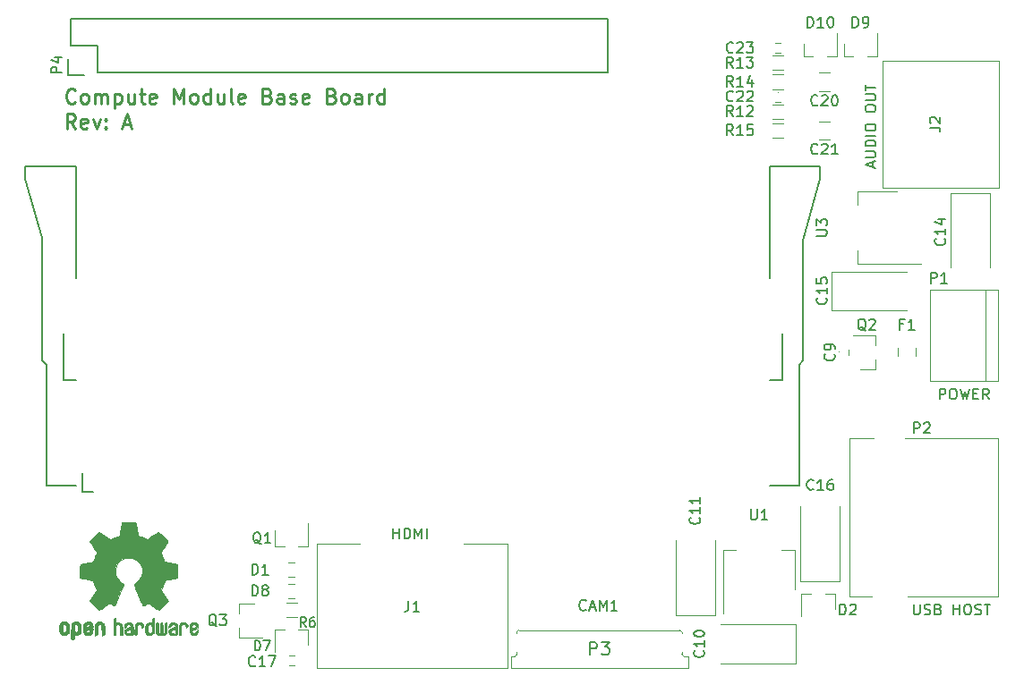
<source format=gto>
G04 #@! TF.FileFunction,Legend,Top*
%FSLAX46Y46*%
G04 Gerber Fmt 4.6, Leading zero omitted, Abs format (unit mm)*
G04 Created by KiCad (PCBNEW 4.0.5+dfsg1-4) date Sun Dec 23 19:03:49 2018*
%MOMM*%
%LPD*%
G01*
G04 APERTURE LIST*
%ADD10C,0.100000*%
%ADD11C,0.150000*%
%ADD12C,0.250000*%
%ADD13C,0.120000*%
%ADD14C,0.010000*%
%ADD15C,0.140000*%
%ADD16R,2.950000X2.900000*%
%ADD17R,2.900000X2.950000*%
%ADD18R,1.600000X1.600000*%
%ADD19R,1.200000X1.300000*%
%ADD20R,1.750000X0.800000*%
%ADD21O,1.350000X1.650000*%
%ADD22O,1.950000X1.400000*%
%ADD23C,1.900000*%
%ADD24C,3.400000*%
%ADD25R,0.700000X1.400000*%
%ADD26R,2.050000X1.700000*%
%ADD27R,1.300000X1.200000*%
%ADD28R,1.600000X1.300000*%
%ADD29R,4.200000X2.400000*%
%ADD30R,1.900000X2.400000*%
%ADD31R,2.400000X4.200000*%
%ADD32R,2.400000X1.900000*%
%ADD33R,0.700000X3.000000*%
%ADD34O,1.900000X3.700000*%
%ADD35O,1.900000X2.700000*%
%ADD36R,1.000000X0.900000*%
%ADD37R,1.900000X1.400000*%
%ADD38C,3.100000*%
%ADD39R,2.127200X2.127200*%
%ADD40O,2.127200X2.127200*%
%ADD41R,1.400000X1.650000*%
%ADD42O,1.600000X2.350000*%
%ADD43O,2.350000X1.600000*%
%ADD44R,0.750000X2.400000*%
%ADD45R,4.900000X5.000000*%
%ADD46R,0.900000X1.000000*%
G04 APERTURE END LIST*
D10*
D11*
X168766667Y-58833333D02*
X168766667Y-58357142D01*
X169052381Y-58928571D02*
X168052381Y-58595238D01*
X169052381Y-58261904D01*
X168052381Y-57928571D02*
X168861905Y-57928571D01*
X168957143Y-57880952D01*
X169004762Y-57833333D01*
X169052381Y-57738095D01*
X169052381Y-57547618D01*
X169004762Y-57452380D01*
X168957143Y-57404761D01*
X168861905Y-57357142D01*
X168052381Y-57357142D01*
X169052381Y-56880952D02*
X168052381Y-56880952D01*
X168052381Y-56642857D01*
X168100000Y-56499999D01*
X168195238Y-56404761D01*
X168290476Y-56357142D01*
X168480952Y-56309523D01*
X168623810Y-56309523D01*
X168814286Y-56357142D01*
X168909524Y-56404761D01*
X169004762Y-56499999D01*
X169052381Y-56642857D01*
X169052381Y-56880952D01*
X169052381Y-55880952D02*
X168052381Y-55880952D01*
X168052381Y-55214286D02*
X168052381Y-55023809D01*
X168100000Y-54928571D01*
X168195238Y-54833333D01*
X168385714Y-54785714D01*
X168719048Y-54785714D01*
X168909524Y-54833333D01*
X169004762Y-54928571D01*
X169052381Y-55023809D01*
X169052381Y-55214286D01*
X169004762Y-55309524D01*
X168909524Y-55404762D01*
X168719048Y-55452381D01*
X168385714Y-55452381D01*
X168195238Y-55404762D01*
X168100000Y-55309524D01*
X168052381Y-55214286D01*
X168052381Y-53404762D02*
X168052381Y-53214285D01*
X168100000Y-53119047D01*
X168195238Y-53023809D01*
X168385714Y-52976190D01*
X168719048Y-52976190D01*
X168909524Y-53023809D01*
X169004762Y-53119047D01*
X169052381Y-53214285D01*
X169052381Y-53404762D01*
X169004762Y-53500000D01*
X168909524Y-53595238D01*
X168719048Y-53642857D01*
X168385714Y-53642857D01*
X168195238Y-53595238D01*
X168100000Y-53500000D01*
X168052381Y-53404762D01*
X168052381Y-52547619D02*
X168861905Y-52547619D01*
X168957143Y-52500000D01*
X169004762Y-52452381D01*
X169052381Y-52357143D01*
X169052381Y-52166666D01*
X169004762Y-52071428D01*
X168957143Y-52023809D01*
X168861905Y-51976190D01*
X168052381Y-51976190D01*
X168052381Y-51642857D02*
X168052381Y-51071428D01*
X169052381Y-51357143D02*
X168052381Y-51357143D01*
X172652381Y-100252381D02*
X172652381Y-101061905D01*
X172700000Y-101157143D01*
X172747619Y-101204762D01*
X172842857Y-101252381D01*
X173033334Y-101252381D01*
X173128572Y-101204762D01*
X173176191Y-101157143D01*
X173223810Y-101061905D01*
X173223810Y-100252381D01*
X173652381Y-101204762D02*
X173795238Y-101252381D01*
X174033334Y-101252381D01*
X174128572Y-101204762D01*
X174176191Y-101157143D01*
X174223810Y-101061905D01*
X174223810Y-100966667D01*
X174176191Y-100871429D01*
X174128572Y-100823810D01*
X174033334Y-100776190D01*
X173842857Y-100728571D01*
X173747619Y-100680952D01*
X173700000Y-100633333D01*
X173652381Y-100538095D01*
X173652381Y-100442857D01*
X173700000Y-100347619D01*
X173747619Y-100300000D01*
X173842857Y-100252381D01*
X174080953Y-100252381D01*
X174223810Y-100300000D01*
X174985715Y-100728571D02*
X175128572Y-100776190D01*
X175176191Y-100823810D01*
X175223810Y-100919048D01*
X175223810Y-101061905D01*
X175176191Y-101157143D01*
X175128572Y-101204762D01*
X175033334Y-101252381D01*
X174652381Y-101252381D01*
X174652381Y-100252381D01*
X174985715Y-100252381D01*
X175080953Y-100300000D01*
X175128572Y-100347619D01*
X175176191Y-100442857D01*
X175176191Y-100538095D01*
X175128572Y-100633333D01*
X175080953Y-100680952D01*
X174985715Y-100728571D01*
X174652381Y-100728571D01*
X176414286Y-101252381D02*
X176414286Y-100252381D01*
X176414286Y-100728571D02*
X176985715Y-100728571D01*
X176985715Y-101252381D02*
X176985715Y-100252381D01*
X177652381Y-100252381D02*
X177842858Y-100252381D01*
X177938096Y-100300000D01*
X178033334Y-100395238D01*
X178080953Y-100585714D01*
X178080953Y-100919048D01*
X178033334Y-101109524D01*
X177938096Y-101204762D01*
X177842858Y-101252381D01*
X177652381Y-101252381D01*
X177557143Y-101204762D01*
X177461905Y-101109524D01*
X177414286Y-100919048D01*
X177414286Y-100585714D01*
X177461905Y-100395238D01*
X177557143Y-100300000D01*
X177652381Y-100252381D01*
X178461905Y-101204762D02*
X178604762Y-101252381D01*
X178842858Y-101252381D01*
X178938096Y-101204762D01*
X178985715Y-101157143D01*
X179033334Y-101061905D01*
X179033334Y-100966667D01*
X178985715Y-100871429D01*
X178938096Y-100823810D01*
X178842858Y-100776190D01*
X178652381Y-100728571D01*
X178557143Y-100680952D01*
X178509524Y-100633333D01*
X178461905Y-100538095D01*
X178461905Y-100442857D01*
X178509524Y-100347619D01*
X178557143Y-100300000D01*
X178652381Y-100252381D01*
X178890477Y-100252381D01*
X179033334Y-100300000D01*
X179319048Y-100252381D02*
X179890477Y-100252381D01*
X179604762Y-101252381D02*
X179604762Y-100252381D01*
X175090476Y-80852381D02*
X175090476Y-79852381D01*
X175471429Y-79852381D01*
X175566667Y-79900000D01*
X175614286Y-79947619D01*
X175661905Y-80042857D01*
X175661905Y-80185714D01*
X175614286Y-80280952D01*
X175566667Y-80328571D01*
X175471429Y-80376190D01*
X175090476Y-80376190D01*
X176280952Y-79852381D02*
X176471429Y-79852381D01*
X176566667Y-79900000D01*
X176661905Y-79995238D01*
X176709524Y-80185714D01*
X176709524Y-80519048D01*
X176661905Y-80709524D01*
X176566667Y-80804762D01*
X176471429Y-80852381D01*
X176280952Y-80852381D01*
X176185714Y-80804762D01*
X176090476Y-80709524D01*
X176042857Y-80519048D01*
X176042857Y-80185714D01*
X176090476Y-79995238D01*
X176185714Y-79900000D01*
X176280952Y-79852381D01*
X177042857Y-79852381D02*
X177280952Y-80852381D01*
X177471429Y-80138095D01*
X177661905Y-80852381D01*
X177900000Y-79852381D01*
X178280952Y-80328571D02*
X178614286Y-80328571D01*
X178757143Y-80852381D02*
X178280952Y-80852381D01*
X178280952Y-79852381D01*
X178757143Y-79852381D01*
X179757143Y-80852381D02*
X179423809Y-80376190D01*
X179185714Y-80852381D02*
X179185714Y-79852381D01*
X179566667Y-79852381D01*
X179661905Y-79900000D01*
X179709524Y-79947619D01*
X179757143Y-80042857D01*
X179757143Y-80185714D01*
X179709524Y-80280952D01*
X179661905Y-80328571D01*
X179566667Y-80376190D01*
X179185714Y-80376190D01*
X123404762Y-94052381D02*
X123404762Y-93052381D01*
X123404762Y-93528571D02*
X123976191Y-93528571D01*
X123976191Y-94052381D02*
X123976191Y-93052381D01*
X124452381Y-94052381D02*
X124452381Y-93052381D01*
X124690476Y-93052381D01*
X124833334Y-93100000D01*
X124928572Y-93195238D01*
X124976191Y-93290476D01*
X125023810Y-93480952D01*
X125023810Y-93623810D01*
X124976191Y-93814286D01*
X124928572Y-93909524D01*
X124833334Y-94004762D01*
X124690476Y-94052381D01*
X124452381Y-94052381D01*
X125452381Y-94052381D02*
X125452381Y-93052381D01*
X125785715Y-93766667D01*
X126119048Y-93052381D01*
X126119048Y-94052381D01*
X126595238Y-94052381D02*
X126595238Y-93052381D01*
X141633334Y-100757143D02*
X141585715Y-100804762D01*
X141442858Y-100852381D01*
X141347620Y-100852381D01*
X141204762Y-100804762D01*
X141109524Y-100709524D01*
X141061905Y-100614286D01*
X141014286Y-100423810D01*
X141014286Y-100280952D01*
X141061905Y-100090476D01*
X141109524Y-99995238D01*
X141204762Y-99900000D01*
X141347620Y-99852381D01*
X141442858Y-99852381D01*
X141585715Y-99900000D01*
X141633334Y-99947619D01*
X142014286Y-100566667D02*
X142490477Y-100566667D01*
X141919048Y-100852381D02*
X142252381Y-99852381D01*
X142585715Y-100852381D01*
X142919048Y-100852381D02*
X142919048Y-99852381D01*
X143252382Y-100566667D01*
X143585715Y-99852381D01*
X143585715Y-100852381D01*
X144585715Y-100852381D02*
X144014286Y-100852381D01*
X144300000Y-100852381D02*
X144300000Y-99852381D01*
X144204762Y-99995238D01*
X144109524Y-100090476D01*
X144014286Y-100138095D01*
D12*
X93333333Y-52725000D02*
X93266667Y-52791667D01*
X93066667Y-52858333D01*
X92933333Y-52858333D01*
X92733333Y-52791667D01*
X92600000Y-52658333D01*
X92533333Y-52525000D01*
X92466667Y-52258333D01*
X92466667Y-52058333D01*
X92533333Y-51791667D01*
X92600000Y-51658333D01*
X92733333Y-51525000D01*
X92933333Y-51458333D01*
X93066667Y-51458333D01*
X93266667Y-51525000D01*
X93333333Y-51591667D01*
X94133333Y-52858333D02*
X94000000Y-52791667D01*
X93933333Y-52725000D01*
X93866667Y-52591667D01*
X93866667Y-52191667D01*
X93933333Y-52058333D01*
X94000000Y-51991667D01*
X94133333Y-51925000D01*
X94333333Y-51925000D01*
X94466667Y-51991667D01*
X94533333Y-52058333D01*
X94600000Y-52191667D01*
X94600000Y-52591667D01*
X94533333Y-52725000D01*
X94466667Y-52791667D01*
X94333333Y-52858333D01*
X94133333Y-52858333D01*
X95200000Y-52858333D02*
X95200000Y-51925000D01*
X95200000Y-52058333D02*
X95266667Y-51991667D01*
X95400000Y-51925000D01*
X95600000Y-51925000D01*
X95733334Y-51991667D01*
X95800000Y-52125000D01*
X95800000Y-52858333D01*
X95800000Y-52125000D02*
X95866667Y-51991667D01*
X96000000Y-51925000D01*
X96200000Y-51925000D01*
X96333334Y-51991667D01*
X96400000Y-52125000D01*
X96400000Y-52858333D01*
X97066667Y-51925000D02*
X97066667Y-53325000D01*
X97066667Y-51991667D02*
X97200001Y-51925000D01*
X97466667Y-51925000D01*
X97600001Y-51991667D01*
X97666667Y-52058333D01*
X97733334Y-52191667D01*
X97733334Y-52591667D01*
X97666667Y-52725000D01*
X97600001Y-52791667D01*
X97466667Y-52858333D01*
X97200001Y-52858333D01*
X97066667Y-52791667D01*
X98933334Y-51925000D02*
X98933334Y-52858333D01*
X98333334Y-51925000D02*
X98333334Y-52658333D01*
X98400001Y-52791667D01*
X98533334Y-52858333D01*
X98733334Y-52858333D01*
X98866668Y-52791667D01*
X98933334Y-52725000D01*
X99400001Y-51925000D02*
X99933335Y-51925000D01*
X99600001Y-51458333D02*
X99600001Y-52658333D01*
X99666668Y-52791667D01*
X99800001Y-52858333D01*
X99933335Y-52858333D01*
X100933335Y-52791667D02*
X100800001Y-52858333D01*
X100533335Y-52858333D01*
X100400001Y-52791667D01*
X100333335Y-52658333D01*
X100333335Y-52125000D01*
X100400001Y-51991667D01*
X100533335Y-51925000D01*
X100800001Y-51925000D01*
X100933335Y-51991667D01*
X101000001Y-52125000D01*
X101000001Y-52258333D01*
X100333335Y-52391667D01*
X102666668Y-52858333D02*
X102666668Y-51458333D01*
X103133335Y-52458333D01*
X103600002Y-51458333D01*
X103600002Y-52858333D01*
X104466668Y-52858333D02*
X104333335Y-52791667D01*
X104266668Y-52725000D01*
X104200002Y-52591667D01*
X104200002Y-52191667D01*
X104266668Y-52058333D01*
X104333335Y-51991667D01*
X104466668Y-51925000D01*
X104666668Y-51925000D01*
X104800002Y-51991667D01*
X104866668Y-52058333D01*
X104933335Y-52191667D01*
X104933335Y-52591667D01*
X104866668Y-52725000D01*
X104800002Y-52791667D01*
X104666668Y-52858333D01*
X104466668Y-52858333D01*
X106133335Y-52858333D02*
X106133335Y-51458333D01*
X106133335Y-52791667D02*
X106000002Y-52858333D01*
X105733335Y-52858333D01*
X105600002Y-52791667D01*
X105533335Y-52725000D01*
X105466669Y-52591667D01*
X105466669Y-52191667D01*
X105533335Y-52058333D01*
X105600002Y-51991667D01*
X105733335Y-51925000D01*
X106000002Y-51925000D01*
X106133335Y-51991667D01*
X107400002Y-51925000D02*
X107400002Y-52858333D01*
X106800002Y-51925000D02*
X106800002Y-52658333D01*
X106866669Y-52791667D01*
X107000002Y-52858333D01*
X107200002Y-52858333D01*
X107333336Y-52791667D01*
X107400002Y-52725000D01*
X108266669Y-52858333D02*
X108133336Y-52791667D01*
X108066669Y-52658333D01*
X108066669Y-51458333D01*
X109333336Y-52791667D02*
X109200002Y-52858333D01*
X108933336Y-52858333D01*
X108800002Y-52791667D01*
X108733336Y-52658333D01*
X108733336Y-52125000D01*
X108800002Y-51991667D01*
X108933336Y-51925000D01*
X109200002Y-51925000D01*
X109333336Y-51991667D01*
X109400002Y-52125000D01*
X109400002Y-52258333D01*
X108733336Y-52391667D01*
X111533336Y-52125000D02*
X111733336Y-52191667D01*
X111800003Y-52258333D01*
X111866669Y-52391667D01*
X111866669Y-52591667D01*
X111800003Y-52725000D01*
X111733336Y-52791667D01*
X111600003Y-52858333D01*
X111066669Y-52858333D01*
X111066669Y-51458333D01*
X111533336Y-51458333D01*
X111666669Y-51525000D01*
X111733336Y-51591667D01*
X111800003Y-51725000D01*
X111800003Y-51858333D01*
X111733336Y-51991667D01*
X111666669Y-52058333D01*
X111533336Y-52125000D01*
X111066669Y-52125000D01*
X113066669Y-52858333D02*
X113066669Y-52125000D01*
X113000003Y-51991667D01*
X112866669Y-51925000D01*
X112600003Y-51925000D01*
X112466669Y-51991667D01*
X113066669Y-52791667D02*
X112933336Y-52858333D01*
X112600003Y-52858333D01*
X112466669Y-52791667D01*
X112400003Y-52658333D01*
X112400003Y-52525000D01*
X112466669Y-52391667D01*
X112600003Y-52325000D01*
X112933336Y-52325000D01*
X113066669Y-52258333D01*
X113666670Y-52791667D02*
X113800003Y-52858333D01*
X114066670Y-52858333D01*
X114200003Y-52791667D01*
X114266670Y-52658333D01*
X114266670Y-52591667D01*
X114200003Y-52458333D01*
X114066670Y-52391667D01*
X113866670Y-52391667D01*
X113733336Y-52325000D01*
X113666670Y-52191667D01*
X113666670Y-52125000D01*
X113733336Y-51991667D01*
X113866670Y-51925000D01*
X114066670Y-51925000D01*
X114200003Y-51991667D01*
X115400003Y-52791667D02*
X115266669Y-52858333D01*
X115000003Y-52858333D01*
X114866669Y-52791667D01*
X114800003Y-52658333D01*
X114800003Y-52125000D01*
X114866669Y-51991667D01*
X115000003Y-51925000D01*
X115266669Y-51925000D01*
X115400003Y-51991667D01*
X115466669Y-52125000D01*
X115466669Y-52258333D01*
X114800003Y-52391667D01*
X117600003Y-52125000D02*
X117800003Y-52191667D01*
X117866670Y-52258333D01*
X117933336Y-52391667D01*
X117933336Y-52591667D01*
X117866670Y-52725000D01*
X117800003Y-52791667D01*
X117666670Y-52858333D01*
X117133336Y-52858333D01*
X117133336Y-51458333D01*
X117600003Y-51458333D01*
X117733336Y-51525000D01*
X117800003Y-51591667D01*
X117866670Y-51725000D01*
X117866670Y-51858333D01*
X117800003Y-51991667D01*
X117733336Y-52058333D01*
X117600003Y-52125000D01*
X117133336Y-52125000D01*
X118733336Y-52858333D02*
X118600003Y-52791667D01*
X118533336Y-52725000D01*
X118466670Y-52591667D01*
X118466670Y-52191667D01*
X118533336Y-52058333D01*
X118600003Y-51991667D01*
X118733336Y-51925000D01*
X118933336Y-51925000D01*
X119066670Y-51991667D01*
X119133336Y-52058333D01*
X119200003Y-52191667D01*
X119200003Y-52591667D01*
X119133336Y-52725000D01*
X119066670Y-52791667D01*
X118933336Y-52858333D01*
X118733336Y-52858333D01*
X120400003Y-52858333D02*
X120400003Y-52125000D01*
X120333337Y-51991667D01*
X120200003Y-51925000D01*
X119933337Y-51925000D01*
X119800003Y-51991667D01*
X120400003Y-52791667D02*
X120266670Y-52858333D01*
X119933337Y-52858333D01*
X119800003Y-52791667D01*
X119733337Y-52658333D01*
X119733337Y-52525000D01*
X119800003Y-52391667D01*
X119933337Y-52325000D01*
X120266670Y-52325000D01*
X120400003Y-52258333D01*
X121066670Y-52858333D02*
X121066670Y-51925000D01*
X121066670Y-52191667D02*
X121133337Y-52058333D01*
X121200004Y-51991667D01*
X121333337Y-51925000D01*
X121466670Y-51925000D01*
X122533337Y-52858333D02*
X122533337Y-51458333D01*
X122533337Y-52791667D02*
X122400004Y-52858333D01*
X122133337Y-52858333D01*
X122000004Y-52791667D01*
X121933337Y-52725000D01*
X121866671Y-52591667D01*
X121866671Y-52191667D01*
X121933337Y-52058333D01*
X122000004Y-51991667D01*
X122133337Y-51925000D01*
X122400004Y-51925000D01*
X122533337Y-51991667D01*
X93333333Y-55208333D02*
X92866667Y-54541667D01*
X92533333Y-55208333D02*
X92533333Y-53808333D01*
X93066667Y-53808333D01*
X93200000Y-53875000D01*
X93266667Y-53941667D01*
X93333333Y-54075000D01*
X93333333Y-54275000D01*
X93266667Y-54408333D01*
X93200000Y-54475000D01*
X93066667Y-54541667D01*
X92533333Y-54541667D01*
X94466667Y-55141667D02*
X94333333Y-55208333D01*
X94066667Y-55208333D01*
X93933333Y-55141667D01*
X93866667Y-55008333D01*
X93866667Y-54475000D01*
X93933333Y-54341667D01*
X94066667Y-54275000D01*
X94333333Y-54275000D01*
X94466667Y-54341667D01*
X94533333Y-54475000D01*
X94533333Y-54608333D01*
X93866667Y-54741667D01*
X95000000Y-54275000D02*
X95333333Y-55208333D01*
X95666667Y-54275000D01*
X96200000Y-55075000D02*
X96266667Y-55141667D01*
X96200000Y-55208333D01*
X96133334Y-55141667D01*
X96200000Y-55075000D01*
X96200000Y-55208333D01*
X96200000Y-54341667D02*
X96266667Y-54408333D01*
X96200000Y-54475000D01*
X96133334Y-54408333D01*
X96200000Y-54341667D01*
X96200000Y-54475000D01*
X97866668Y-54808333D02*
X98533334Y-54808333D01*
X97733334Y-55208333D02*
X98200001Y-53808333D01*
X98666668Y-55208333D01*
D13*
X161500000Y-105850000D02*
X154400000Y-105850000D01*
X161500000Y-102150000D02*
X154400000Y-102150000D01*
X161500000Y-105850000D02*
X161500000Y-102150000D01*
X150150000Y-101300000D02*
X150150000Y-94200000D01*
X153850000Y-101300000D02*
X153850000Y-94200000D01*
X150150000Y-101300000D02*
X153850000Y-101300000D01*
X179850000Y-61300000D02*
X179850000Y-68400000D01*
X176150000Y-61300000D02*
X176150000Y-68400000D01*
X179850000Y-61300000D02*
X176150000Y-61300000D01*
X164900000Y-68750000D02*
X172000000Y-68750000D01*
X164900000Y-72450000D02*
X172000000Y-72450000D01*
X164900000Y-68750000D02*
X164900000Y-72450000D01*
X161950000Y-98100000D02*
X161950000Y-91000000D01*
X165650000Y-98100000D02*
X165650000Y-91000000D01*
X161950000Y-98100000D02*
X165650000Y-98100000D01*
X112000000Y-96300000D02*
X112000000Y-97700000D01*
X112000000Y-97700000D02*
X114800000Y-97700000D01*
X112000000Y-96300000D02*
X114800000Y-96300000D01*
X165180000Y-99240000D02*
X164250000Y-99240000D01*
X162020000Y-99240000D02*
X162950000Y-99240000D01*
X162020000Y-99240000D02*
X162020000Y-101400000D01*
X165180000Y-99240000D02*
X165180000Y-100700000D01*
X115380000Y-102640000D02*
X114450000Y-102640000D01*
X112220000Y-102640000D02*
X113150000Y-102640000D01*
X112220000Y-102640000D02*
X112220000Y-104800000D01*
X115380000Y-102640000D02*
X115380000Y-104100000D01*
X180630000Y-79150000D02*
X180630000Y-70450000D01*
X174220000Y-79150000D02*
X174220000Y-70450000D01*
X174220000Y-70450000D02*
X180630000Y-70450000D01*
X179400000Y-70450000D02*
X179400000Y-79150000D01*
X180630000Y-79150000D02*
X174220000Y-79150000D01*
X166560000Y-84550000D02*
X168890000Y-84550000D01*
X166560000Y-99540000D02*
X168680000Y-99540000D01*
X166560000Y-84550000D02*
X166560000Y-99540000D01*
X180650000Y-84550000D02*
X180650000Y-99540000D01*
X171850000Y-84550000D02*
X180650000Y-84550000D01*
X172050000Y-99540000D02*
X180650000Y-99540000D01*
D10*
X135300000Y-102700000D02*
X150500000Y-102700000D01*
X135100000Y-102900000D02*
X135100000Y-103100000D01*
X135300000Y-102700000D02*
G75*
G03X135100000Y-102900000I0J-200000D01*
G01*
X150700000Y-102900000D02*
X150700000Y-103100000D01*
X150700000Y-102900000D02*
G75*
G03X150500000Y-102700000I-200000J0D01*
G01*
X150700000Y-105000000D02*
X150700000Y-104700000D01*
X135100000Y-105000000D02*
X135100000Y-104700000D01*
X134600000Y-105200000D02*
X134900000Y-105200000D01*
X151300000Y-105200000D02*
X150900000Y-105200000D01*
X150700000Y-105000000D02*
G75*
G03X150900000Y-105200000I200000J0D01*
G01*
X134900000Y-105200000D02*
G75*
G03X135100000Y-105000000I0J200000D01*
G01*
X134600000Y-105200000D02*
X134600000Y-106300000D01*
X134600000Y-106300000D02*
X151300000Y-106300000D01*
X151300000Y-106300000D02*
X151300000Y-105200000D01*
D13*
X112220000Y-94760000D02*
X113150000Y-94760000D01*
X115380000Y-94760000D02*
X114450000Y-94760000D01*
X115380000Y-94760000D02*
X115380000Y-92600000D01*
X112220000Y-94760000D02*
X112220000Y-93300000D01*
X169060000Y-77980000D02*
X169060000Y-77050000D01*
X169060000Y-74820000D02*
X169060000Y-75750000D01*
X169060000Y-74820000D02*
X166900000Y-74820000D01*
X169060000Y-77980000D02*
X167600000Y-77980000D01*
X108840000Y-100220000D02*
X108840000Y-101150000D01*
X108840000Y-103380000D02*
X108840000Y-102450000D01*
X108840000Y-103380000D02*
X111000000Y-103380000D01*
X108840000Y-100220000D02*
X110300000Y-100220000D01*
X113300000Y-100120000D02*
X114300000Y-100120000D01*
X114300000Y-101480000D02*
X113300000Y-101480000D01*
X161410000Y-95090000D02*
X160150000Y-95090000D01*
X154590000Y-95090000D02*
X155850000Y-95090000D01*
X161410000Y-98850000D02*
X161410000Y-95090000D01*
X154590000Y-101100000D02*
X154590000Y-95090000D01*
X167290000Y-61190000D02*
X167290000Y-62450000D01*
X167290000Y-68010000D02*
X167290000Y-66750000D01*
X171050000Y-61190000D02*
X167290000Y-61190000D01*
X173300000Y-68010000D02*
X167290000Y-68010000D01*
D10*
X134200000Y-106310000D02*
X134200000Y-94500000D01*
X134200000Y-94500000D02*
X116200000Y-94500000D01*
X116200000Y-94500000D02*
X116200000Y-106310000D01*
X116200000Y-106310000D02*
X134200000Y-106310000D01*
D13*
X113550000Y-106070000D02*
X114050000Y-106070000D01*
X114050000Y-105130000D02*
X113550000Y-105130000D01*
X171130000Y-77400000D02*
X171130000Y-75400000D01*
X172870000Y-75400000D02*
X172870000Y-77400000D01*
D11*
X143730000Y-44790000D02*
X92930000Y-44790000D01*
X95470000Y-49870000D02*
X143730000Y-49870000D01*
X143730000Y-44790000D02*
X143730000Y-49870000D01*
X92930000Y-44790000D02*
X92930000Y-47330000D01*
X92650000Y-48600000D02*
X92650000Y-50150000D01*
X92930000Y-47330000D02*
X95470000Y-47330000D01*
X95470000Y-47330000D02*
X95470000Y-49870000D01*
X92650000Y-50150000D02*
X94200000Y-50150000D01*
D14*
G36*
X93571900Y-101911903D02*
X93683450Y-101967522D01*
X93781908Y-102069931D01*
X93809023Y-102107864D01*
X93838562Y-102157500D01*
X93857728Y-102211412D01*
X93868693Y-102283364D01*
X93873629Y-102387122D01*
X93874713Y-102524101D01*
X93869818Y-102711815D01*
X93852804Y-102852758D01*
X93820177Y-102957908D01*
X93768442Y-103038243D01*
X93694104Y-103104741D01*
X93688642Y-103108678D01*
X93615380Y-103148953D01*
X93527160Y-103168880D01*
X93414962Y-103173793D01*
X93232567Y-103173793D01*
X93232491Y-103350857D01*
X93230793Y-103449470D01*
X93220450Y-103507314D01*
X93193422Y-103542006D01*
X93141668Y-103571164D01*
X93129239Y-103577121D01*
X93071077Y-103605039D01*
X93026044Y-103622672D01*
X92992559Y-103624194D01*
X92969038Y-103603781D01*
X92953900Y-103555607D01*
X92945563Y-103473846D01*
X92942444Y-103352672D01*
X92942960Y-103186260D01*
X92945529Y-102968785D01*
X92946332Y-102903736D01*
X92949222Y-102679502D01*
X92951812Y-102532821D01*
X93232414Y-102532821D01*
X93233991Y-102657326D01*
X93241000Y-102738787D01*
X93256858Y-102792515D01*
X93284981Y-102833823D01*
X93304075Y-102853971D01*
X93382135Y-102912921D01*
X93451247Y-102917720D01*
X93522560Y-102869038D01*
X93524368Y-102867241D01*
X93553383Y-102829618D01*
X93571033Y-102778484D01*
X93579936Y-102699738D01*
X93582709Y-102579276D01*
X93582759Y-102552588D01*
X93576058Y-102386583D01*
X93554248Y-102271505D01*
X93514765Y-102201254D01*
X93455044Y-102169729D01*
X93420528Y-102166552D01*
X93338611Y-102181460D01*
X93282421Y-102230548D01*
X93248598Y-102320362D01*
X93233780Y-102457445D01*
X93232414Y-102532821D01*
X92951812Y-102532821D01*
X92952287Y-102505952D01*
X92956247Y-102375382D01*
X92961826Y-102280087D01*
X92969746Y-102212364D01*
X92980731Y-102164507D01*
X92995501Y-102128813D01*
X93014782Y-102097578D01*
X93023049Y-102085824D01*
X93132712Y-101974797D01*
X93271365Y-101911847D01*
X93431754Y-101894297D01*
X93571900Y-101911903D01*
X93571900Y-101911903D01*
G37*
X93571900Y-101911903D02*
X93683450Y-101967522D01*
X93781908Y-102069931D01*
X93809023Y-102107864D01*
X93838562Y-102157500D01*
X93857728Y-102211412D01*
X93868693Y-102283364D01*
X93873629Y-102387122D01*
X93874713Y-102524101D01*
X93869818Y-102711815D01*
X93852804Y-102852758D01*
X93820177Y-102957908D01*
X93768442Y-103038243D01*
X93694104Y-103104741D01*
X93688642Y-103108678D01*
X93615380Y-103148953D01*
X93527160Y-103168880D01*
X93414962Y-103173793D01*
X93232567Y-103173793D01*
X93232491Y-103350857D01*
X93230793Y-103449470D01*
X93220450Y-103507314D01*
X93193422Y-103542006D01*
X93141668Y-103571164D01*
X93129239Y-103577121D01*
X93071077Y-103605039D01*
X93026044Y-103622672D01*
X92992559Y-103624194D01*
X92969038Y-103603781D01*
X92953900Y-103555607D01*
X92945563Y-103473846D01*
X92942444Y-103352672D01*
X92942960Y-103186260D01*
X92945529Y-102968785D01*
X92946332Y-102903736D01*
X92949222Y-102679502D01*
X92951812Y-102532821D01*
X93232414Y-102532821D01*
X93233991Y-102657326D01*
X93241000Y-102738787D01*
X93256858Y-102792515D01*
X93284981Y-102833823D01*
X93304075Y-102853971D01*
X93382135Y-102912921D01*
X93451247Y-102917720D01*
X93522560Y-102869038D01*
X93524368Y-102867241D01*
X93553383Y-102829618D01*
X93571033Y-102778484D01*
X93579936Y-102699738D01*
X93582709Y-102579276D01*
X93582759Y-102552588D01*
X93576058Y-102386583D01*
X93554248Y-102271505D01*
X93514765Y-102201254D01*
X93455044Y-102169729D01*
X93420528Y-102166552D01*
X93338611Y-102181460D01*
X93282421Y-102230548D01*
X93248598Y-102320362D01*
X93233780Y-102457445D01*
X93232414Y-102532821D01*
X92951812Y-102532821D01*
X92952287Y-102505952D01*
X92956247Y-102375382D01*
X92961826Y-102280087D01*
X92969746Y-102212364D01*
X92980731Y-102164507D01*
X92995501Y-102128813D01*
X93014782Y-102097578D01*
X93023049Y-102085824D01*
X93132712Y-101974797D01*
X93271365Y-101911847D01*
X93431754Y-101894297D01*
X93571900Y-101911903D01*
G36*
X95817429Y-101927719D02*
X95911123Y-101981914D01*
X95976264Y-102035707D01*
X96023907Y-102092066D01*
X96056728Y-102160987D01*
X96077406Y-102252468D01*
X96088620Y-102376506D01*
X96093049Y-102543098D01*
X96093563Y-102662851D01*
X96093563Y-103103659D01*
X95969483Y-103159283D01*
X95845402Y-103214907D01*
X95830805Y-102732095D01*
X95824773Y-102551779D01*
X95818445Y-102420901D01*
X95810606Y-102330511D01*
X95800037Y-102271664D01*
X95785523Y-102235413D01*
X95765848Y-102212810D01*
X95759535Y-102207917D01*
X95663888Y-102169706D01*
X95567207Y-102184827D01*
X95509655Y-102224943D01*
X95486245Y-102253370D01*
X95470039Y-102290672D01*
X95459741Y-102347223D01*
X95454049Y-102433394D01*
X95451664Y-102559558D01*
X95451264Y-102691042D01*
X95451186Y-102855999D01*
X95448361Y-102972761D01*
X95438907Y-103051510D01*
X95418940Y-103102431D01*
X95384576Y-103135706D01*
X95331932Y-103161520D01*
X95261617Y-103188344D01*
X95184820Y-103217542D01*
X95193962Y-102699346D01*
X95197643Y-102512539D01*
X95201950Y-102374490D01*
X95208123Y-102275568D01*
X95217402Y-102206145D01*
X95231027Y-102156590D01*
X95250239Y-102117273D01*
X95273402Y-102082584D01*
X95385152Y-101971770D01*
X95521513Y-101907689D01*
X95669825Y-101892339D01*
X95817429Y-101927719D01*
X95817429Y-101927719D01*
G37*
X95817429Y-101927719D02*
X95911123Y-101981914D01*
X95976264Y-102035707D01*
X96023907Y-102092066D01*
X96056728Y-102160987D01*
X96077406Y-102252468D01*
X96088620Y-102376506D01*
X96093049Y-102543098D01*
X96093563Y-102662851D01*
X96093563Y-103103659D01*
X95969483Y-103159283D01*
X95845402Y-103214907D01*
X95830805Y-102732095D01*
X95824773Y-102551779D01*
X95818445Y-102420901D01*
X95810606Y-102330511D01*
X95800037Y-102271664D01*
X95785523Y-102235413D01*
X95765848Y-102212810D01*
X95759535Y-102207917D01*
X95663888Y-102169706D01*
X95567207Y-102184827D01*
X95509655Y-102224943D01*
X95486245Y-102253370D01*
X95470039Y-102290672D01*
X95459741Y-102347223D01*
X95454049Y-102433394D01*
X95451664Y-102559558D01*
X95451264Y-102691042D01*
X95451186Y-102855999D01*
X95448361Y-102972761D01*
X95438907Y-103051510D01*
X95418940Y-103102431D01*
X95384576Y-103135706D01*
X95331932Y-103161520D01*
X95261617Y-103188344D01*
X95184820Y-103217542D01*
X95193962Y-102699346D01*
X95197643Y-102512539D01*
X95201950Y-102374490D01*
X95208123Y-102275568D01*
X95217402Y-102206145D01*
X95231027Y-102156590D01*
X95250239Y-102117273D01*
X95273402Y-102082584D01*
X95385152Y-101971770D01*
X95521513Y-101907689D01*
X95669825Y-101892339D01*
X95817429Y-101927719D01*
G36*
X92448221Y-101916015D02*
X92585061Y-101987968D01*
X92686051Y-102103766D01*
X92721925Y-102178213D01*
X92749839Y-102289992D01*
X92764129Y-102431227D01*
X92765484Y-102585371D01*
X92754595Y-102735879D01*
X92732153Y-102866205D01*
X92698850Y-102959803D01*
X92688615Y-102975922D01*
X92567382Y-103096249D01*
X92423387Y-103168317D01*
X92267139Y-103189408D01*
X92109148Y-103156802D01*
X92065180Y-103137253D01*
X91979556Y-103077012D01*
X91904408Y-102997135D01*
X91897306Y-102987004D01*
X91868439Y-102938181D01*
X91849357Y-102885990D01*
X91838084Y-102817285D01*
X91832645Y-102718918D01*
X91831062Y-102577744D01*
X91831035Y-102546092D01*
X91831107Y-102536019D01*
X92122989Y-102536019D01*
X92124687Y-102669256D01*
X92131372Y-102757674D01*
X92145425Y-102814785D01*
X92169229Y-102854102D01*
X92181379Y-102867241D01*
X92251236Y-102917172D01*
X92319059Y-102914895D01*
X92387635Y-102871584D01*
X92428535Y-102825346D01*
X92452758Y-102757857D01*
X92466361Y-102651433D01*
X92467294Y-102639020D01*
X92469616Y-102446147D01*
X92445350Y-102302900D01*
X92394824Y-102210160D01*
X92318368Y-102168807D01*
X92291076Y-102166552D01*
X92219411Y-102177893D01*
X92170390Y-102217184D01*
X92140418Y-102292326D01*
X92125899Y-102411222D01*
X92122989Y-102536019D01*
X91831107Y-102536019D01*
X91832122Y-102395659D01*
X91836688Y-102290549D01*
X91846688Y-102217714D01*
X91864079Y-102164108D01*
X91890816Y-102116681D01*
X91896724Y-102107864D01*
X91996032Y-101989007D01*
X92104242Y-101920008D01*
X92235981Y-101892619D01*
X92280717Y-101891281D01*
X92448221Y-101916015D01*
X92448221Y-101916015D01*
G37*
X92448221Y-101916015D02*
X92585061Y-101987968D01*
X92686051Y-102103766D01*
X92721925Y-102178213D01*
X92749839Y-102289992D01*
X92764129Y-102431227D01*
X92765484Y-102585371D01*
X92754595Y-102735879D01*
X92732153Y-102866205D01*
X92698850Y-102959803D01*
X92688615Y-102975922D01*
X92567382Y-103096249D01*
X92423387Y-103168317D01*
X92267139Y-103189408D01*
X92109148Y-103156802D01*
X92065180Y-103137253D01*
X91979556Y-103077012D01*
X91904408Y-102997135D01*
X91897306Y-102987004D01*
X91868439Y-102938181D01*
X91849357Y-102885990D01*
X91838084Y-102817285D01*
X91832645Y-102718918D01*
X91831062Y-102577744D01*
X91831035Y-102546092D01*
X91831107Y-102536019D01*
X92122989Y-102536019D01*
X92124687Y-102669256D01*
X92131372Y-102757674D01*
X92145425Y-102814785D01*
X92169229Y-102854102D01*
X92181379Y-102867241D01*
X92251236Y-102917172D01*
X92319059Y-102914895D01*
X92387635Y-102871584D01*
X92428535Y-102825346D01*
X92452758Y-102757857D01*
X92466361Y-102651433D01*
X92467294Y-102639020D01*
X92469616Y-102446147D01*
X92445350Y-102302900D01*
X92394824Y-102210160D01*
X92318368Y-102168807D01*
X92291076Y-102166552D01*
X92219411Y-102177893D01*
X92170390Y-102217184D01*
X92140418Y-102292326D01*
X92125899Y-102411222D01*
X92122989Y-102536019D01*
X91831107Y-102536019D01*
X91832122Y-102395659D01*
X91836688Y-102290549D01*
X91846688Y-102217714D01*
X91864079Y-102164108D01*
X91890816Y-102116681D01*
X91896724Y-102107864D01*
X91996032Y-101989007D01*
X92104242Y-101920008D01*
X92235981Y-101892619D01*
X92280717Y-101891281D01*
X92448221Y-101916015D01*
G36*
X94715552Y-101934676D02*
X94830658Y-102012111D01*
X94919611Y-102123949D01*
X94972749Y-102266265D01*
X94983497Y-102371015D01*
X94982276Y-102414726D01*
X94972056Y-102448194D01*
X94943961Y-102478179D01*
X94889116Y-102511440D01*
X94798645Y-102554738D01*
X94663672Y-102614833D01*
X94662989Y-102615134D01*
X94538751Y-102672037D01*
X94436873Y-102722565D01*
X94367767Y-102761280D01*
X94341846Y-102782740D01*
X94341839Y-102782913D01*
X94364685Y-102829644D01*
X94418109Y-102881154D01*
X94479442Y-102918261D01*
X94510515Y-102925632D01*
X94595289Y-102900138D01*
X94668293Y-102836291D01*
X94703913Y-102766094D01*
X94738180Y-102714343D01*
X94805303Y-102655409D01*
X94884208Y-102604496D01*
X94953821Y-102576809D01*
X94968377Y-102575287D01*
X94984763Y-102600321D01*
X94985750Y-102664311D01*
X94973708Y-102750593D01*
X94951007Y-102842501D01*
X94920014Y-102923369D01*
X94918448Y-102926509D01*
X94825181Y-103056734D01*
X94704304Y-103145311D01*
X94567027Y-103188786D01*
X94424560Y-103183706D01*
X94288112Y-103126616D01*
X94282045Y-103122602D01*
X94174710Y-103025326D01*
X94104132Y-102898409D01*
X94065074Y-102731526D01*
X94059832Y-102684639D01*
X94050548Y-102463329D01*
X94061678Y-102360124D01*
X94341839Y-102360124D01*
X94345479Y-102424503D01*
X94365389Y-102443291D01*
X94415026Y-102429235D01*
X94493267Y-102396009D01*
X94580726Y-102354359D01*
X94582899Y-102353256D01*
X94657030Y-102314265D01*
X94686781Y-102288244D01*
X94679445Y-102260965D01*
X94648553Y-102225121D01*
X94569960Y-102173251D01*
X94485323Y-102169439D01*
X94409403Y-102207189D01*
X94356965Y-102280001D01*
X94341839Y-102360124D01*
X94061678Y-102360124D01*
X94069644Y-102286261D01*
X94118634Y-102145829D01*
X94186836Y-102047447D01*
X94309935Y-101948030D01*
X94445528Y-101898711D01*
X94583955Y-101895568D01*
X94715552Y-101934676D01*
X94715552Y-101934676D01*
G37*
X94715552Y-101934676D02*
X94830658Y-102012111D01*
X94919611Y-102123949D01*
X94972749Y-102266265D01*
X94983497Y-102371015D01*
X94982276Y-102414726D01*
X94972056Y-102448194D01*
X94943961Y-102478179D01*
X94889116Y-102511440D01*
X94798645Y-102554738D01*
X94663672Y-102614833D01*
X94662989Y-102615134D01*
X94538751Y-102672037D01*
X94436873Y-102722565D01*
X94367767Y-102761280D01*
X94341846Y-102782740D01*
X94341839Y-102782913D01*
X94364685Y-102829644D01*
X94418109Y-102881154D01*
X94479442Y-102918261D01*
X94510515Y-102925632D01*
X94595289Y-102900138D01*
X94668293Y-102836291D01*
X94703913Y-102766094D01*
X94738180Y-102714343D01*
X94805303Y-102655409D01*
X94884208Y-102604496D01*
X94953821Y-102576809D01*
X94968377Y-102575287D01*
X94984763Y-102600321D01*
X94985750Y-102664311D01*
X94973708Y-102750593D01*
X94951007Y-102842501D01*
X94920014Y-102923369D01*
X94918448Y-102926509D01*
X94825181Y-103056734D01*
X94704304Y-103145311D01*
X94567027Y-103188786D01*
X94424560Y-103183706D01*
X94288112Y-103126616D01*
X94282045Y-103122602D01*
X94174710Y-103025326D01*
X94104132Y-102898409D01*
X94065074Y-102731526D01*
X94059832Y-102684639D01*
X94050548Y-102463329D01*
X94061678Y-102360124D01*
X94341839Y-102360124D01*
X94345479Y-102424503D01*
X94365389Y-102443291D01*
X94415026Y-102429235D01*
X94493267Y-102396009D01*
X94580726Y-102354359D01*
X94582899Y-102353256D01*
X94657030Y-102314265D01*
X94686781Y-102288244D01*
X94679445Y-102260965D01*
X94648553Y-102225121D01*
X94569960Y-102173251D01*
X94485323Y-102169439D01*
X94409403Y-102207189D01*
X94356965Y-102280001D01*
X94341839Y-102360124D01*
X94061678Y-102360124D01*
X94069644Y-102286261D01*
X94118634Y-102145829D01*
X94186836Y-102047447D01*
X94309935Y-101948030D01*
X94445528Y-101898711D01*
X94583955Y-101895568D01*
X94715552Y-101934676D01*
G36*
X97144598Y-101773857D02*
X97153154Y-101893188D01*
X97162981Y-101963506D01*
X97176599Y-101994179D01*
X97196527Y-101994571D01*
X97202989Y-101990910D01*
X97288940Y-101964398D01*
X97400745Y-101965946D01*
X97514414Y-101993199D01*
X97585510Y-102028455D01*
X97658405Y-102084778D01*
X97711693Y-102148519D01*
X97748275Y-102229510D01*
X97771050Y-102337586D01*
X97782919Y-102482580D01*
X97786782Y-102674326D01*
X97786851Y-102711109D01*
X97786897Y-103124288D01*
X97694954Y-103156339D01*
X97629652Y-103178144D01*
X97593824Y-103188297D01*
X97592770Y-103188391D01*
X97589242Y-103160860D01*
X97586239Y-103084923D01*
X97583990Y-102970565D01*
X97582724Y-102827769D01*
X97582529Y-102740951D01*
X97582123Y-102569773D01*
X97580032Y-102447088D01*
X97574947Y-102363000D01*
X97565560Y-102307614D01*
X97550561Y-102271032D01*
X97528642Y-102243359D01*
X97514957Y-102230032D01*
X97420949Y-102176328D01*
X97318364Y-102172307D01*
X97225290Y-102217725D01*
X97208078Y-102234123D01*
X97182832Y-102264957D01*
X97165320Y-102301531D01*
X97154142Y-102354415D01*
X97147896Y-102434177D01*
X97145182Y-102551385D01*
X97144598Y-102712991D01*
X97144598Y-103124288D01*
X97052655Y-103156339D01*
X96987353Y-103178144D01*
X96951525Y-103188297D01*
X96950471Y-103188391D01*
X96947775Y-103160448D01*
X96945345Y-103081630D01*
X96943278Y-102959453D01*
X96941671Y-102801432D01*
X96940623Y-102615083D01*
X96940231Y-102407920D01*
X96940230Y-102398706D01*
X96940230Y-101609020D01*
X97035115Y-101568997D01*
X97130000Y-101528973D01*
X97144598Y-101773857D01*
X97144598Y-101773857D01*
G37*
X97144598Y-101773857D02*
X97153154Y-101893188D01*
X97162981Y-101963506D01*
X97176599Y-101994179D01*
X97196527Y-101994571D01*
X97202989Y-101990910D01*
X97288940Y-101964398D01*
X97400745Y-101965946D01*
X97514414Y-101993199D01*
X97585510Y-102028455D01*
X97658405Y-102084778D01*
X97711693Y-102148519D01*
X97748275Y-102229510D01*
X97771050Y-102337586D01*
X97782919Y-102482580D01*
X97786782Y-102674326D01*
X97786851Y-102711109D01*
X97786897Y-103124288D01*
X97694954Y-103156339D01*
X97629652Y-103178144D01*
X97593824Y-103188297D01*
X97592770Y-103188391D01*
X97589242Y-103160860D01*
X97586239Y-103084923D01*
X97583990Y-102970565D01*
X97582724Y-102827769D01*
X97582529Y-102740951D01*
X97582123Y-102569773D01*
X97580032Y-102447088D01*
X97574947Y-102363000D01*
X97565560Y-102307614D01*
X97550561Y-102271032D01*
X97528642Y-102243359D01*
X97514957Y-102230032D01*
X97420949Y-102176328D01*
X97318364Y-102172307D01*
X97225290Y-102217725D01*
X97208078Y-102234123D01*
X97182832Y-102264957D01*
X97165320Y-102301531D01*
X97154142Y-102354415D01*
X97147896Y-102434177D01*
X97145182Y-102551385D01*
X97144598Y-102712991D01*
X97144598Y-103124288D01*
X97052655Y-103156339D01*
X96987353Y-103178144D01*
X96951525Y-103188297D01*
X96950471Y-103188391D01*
X96947775Y-103160448D01*
X96945345Y-103081630D01*
X96943278Y-102959453D01*
X96941671Y-102801432D01*
X96940623Y-102615083D01*
X96940231Y-102407920D01*
X96940230Y-102398706D01*
X96940230Y-101609020D01*
X97035115Y-101568997D01*
X97130000Y-101528973D01*
X97144598Y-101773857D01*
G36*
X98479944Y-101974360D02*
X98594343Y-102016842D01*
X98595652Y-102017658D01*
X98666403Y-102069730D01*
X98718636Y-102130584D01*
X98755371Y-102209887D01*
X98779634Y-102317309D01*
X98794445Y-102462517D01*
X98802829Y-102655179D01*
X98803564Y-102682628D01*
X98814120Y-103096521D01*
X98725291Y-103142456D01*
X98661018Y-103173498D01*
X98622210Y-103188206D01*
X98620415Y-103188391D01*
X98613700Y-103161250D01*
X98608365Y-103088041D01*
X98605083Y-102981081D01*
X98604368Y-102894469D01*
X98604351Y-102754162D01*
X98597937Y-102666051D01*
X98575580Y-102624025D01*
X98527732Y-102621975D01*
X98444849Y-102653790D01*
X98319713Y-102712272D01*
X98227697Y-102760845D01*
X98180371Y-102802986D01*
X98166458Y-102848916D01*
X98166437Y-102851189D01*
X98189395Y-102930311D01*
X98257370Y-102973055D01*
X98361398Y-102979246D01*
X98436330Y-102978172D01*
X98475839Y-102999753D01*
X98500478Y-103051591D01*
X98514659Y-103117632D01*
X98494223Y-103155104D01*
X98486528Y-103160467D01*
X98414083Y-103182006D01*
X98312633Y-103185055D01*
X98208157Y-103170778D01*
X98134125Y-103144688D01*
X98031772Y-103057785D01*
X97973591Y-102936816D01*
X97962069Y-102842308D01*
X97970862Y-102757062D01*
X98002680Y-102687476D01*
X98065684Y-102625672D01*
X98168031Y-102563772D01*
X98317882Y-102493897D01*
X98327012Y-102489948D01*
X98461997Y-102427588D01*
X98545294Y-102376446D01*
X98580997Y-102330488D01*
X98573203Y-102283683D01*
X98526007Y-102229998D01*
X98511894Y-102217644D01*
X98417359Y-102169741D01*
X98319406Y-102171758D01*
X98234097Y-102218724D01*
X98177496Y-102305669D01*
X98172237Y-102322734D01*
X98121023Y-102405504D01*
X98056037Y-102445372D01*
X97962069Y-102484882D01*
X97962069Y-102382658D01*
X97990653Y-102234072D01*
X98075495Y-102097784D01*
X98119645Y-102052191D01*
X98220005Y-101993674D01*
X98347635Y-101967184D01*
X98479944Y-101974360D01*
X98479944Y-101974360D01*
G37*
X98479944Y-101974360D02*
X98594343Y-102016842D01*
X98595652Y-102017658D01*
X98666403Y-102069730D01*
X98718636Y-102130584D01*
X98755371Y-102209887D01*
X98779634Y-102317309D01*
X98794445Y-102462517D01*
X98802829Y-102655179D01*
X98803564Y-102682628D01*
X98814120Y-103096521D01*
X98725291Y-103142456D01*
X98661018Y-103173498D01*
X98622210Y-103188206D01*
X98620415Y-103188391D01*
X98613700Y-103161250D01*
X98608365Y-103088041D01*
X98605083Y-102981081D01*
X98604368Y-102894469D01*
X98604351Y-102754162D01*
X98597937Y-102666051D01*
X98575580Y-102624025D01*
X98527732Y-102621975D01*
X98444849Y-102653790D01*
X98319713Y-102712272D01*
X98227697Y-102760845D01*
X98180371Y-102802986D01*
X98166458Y-102848916D01*
X98166437Y-102851189D01*
X98189395Y-102930311D01*
X98257370Y-102973055D01*
X98361398Y-102979246D01*
X98436330Y-102978172D01*
X98475839Y-102999753D01*
X98500478Y-103051591D01*
X98514659Y-103117632D01*
X98494223Y-103155104D01*
X98486528Y-103160467D01*
X98414083Y-103182006D01*
X98312633Y-103185055D01*
X98208157Y-103170778D01*
X98134125Y-103144688D01*
X98031772Y-103057785D01*
X97973591Y-102936816D01*
X97962069Y-102842308D01*
X97970862Y-102757062D01*
X98002680Y-102687476D01*
X98065684Y-102625672D01*
X98168031Y-102563772D01*
X98317882Y-102493897D01*
X98327012Y-102489948D01*
X98461997Y-102427588D01*
X98545294Y-102376446D01*
X98580997Y-102330488D01*
X98573203Y-102283683D01*
X98526007Y-102229998D01*
X98511894Y-102217644D01*
X98417359Y-102169741D01*
X98319406Y-102171758D01*
X98234097Y-102218724D01*
X98177496Y-102305669D01*
X98172237Y-102322734D01*
X98121023Y-102405504D01*
X98056037Y-102445372D01*
X97962069Y-102484882D01*
X97962069Y-102382658D01*
X97990653Y-102234072D01*
X98075495Y-102097784D01*
X98119645Y-102052191D01*
X98220005Y-101993674D01*
X98347635Y-101967184D01*
X98479944Y-101974360D01*
G36*
X99465943Y-101971920D02*
X99598565Y-102020859D01*
X99706010Y-102107419D01*
X99748032Y-102168352D01*
X99793843Y-102280161D01*
X99792891Y-102361006D01*
X99744808Y-102415378D01*
X99727017Y-102424624D01*
X99650204Y-102453450D01*
X99610976Y-102446065D01*
X99597689Y-102397658D01*
X99597012Y-102370920D01*
X99572686Y-102272548D01*
X99509281Y-102203734D01*
X99421154Y-102170498D01*
X99322663Y-102178861D01*
X99242602Y-102222296D01*
X99215561Y-102247072D01*
X99196394Y-102277129D01*
X99183446Y-102322565D01*
X99175064Y-102393476D01*
X99169593Y-102499960D01*
X99165378Y-102652112D01*
X99164287Y-102700287D01*
X99160307Y-102865095D01*
X99155781Y-102981088D01*
X99148995Y-103057833D01*
X99138231Y-103104893D01*
X99121773Y-103131835D01*
X99097906Y-103148223D01*
X99082626Y-103155463D01*
X99017733Y-103180220D01*
X98979534Y-103188391D01*
X98966912Y-103161103D01*
X98959208Y-103078603D01*
X98956380Y-102939941D01*
X98958386Y-102744162D01*
X98959011Y-102713965D01*
X98963421Y-102535349D01*
X98968635Y-102404923D01*
X98976055Y-102312492D01*
X98987082Y-102247858D01*
X99003117Y-102200825D01*
X99025561Y-102161196D01*
X99037302Y-102144215D01*
X99104619Y-102069080D01*
X99179910Y-102010638D01*
X99189128Y-102005536D01*
X99324133Y-101965260D01*
X99465943Y-101971920D01*
X99465943Y-101971920D01*
G37*
X99465943Y-101971920D02*
X99598565Y-102020859D01*
X99706010Y-102107419D01*
X99748032Y-102168352D01*
X99793843Y-102280161D01*
X99792891Y-102361006D01*
X99744808Y-102415378D01*
X99727017Y-102424624D01*
X99650204Y-102453450D01*
X99610976Y-102446065D01*
X99597689Y-102397658D01*
X99597012Y-102370920D01*
X99572686Y-102272548D01*
X99509281Y-102203734D01*
X99421154Y-102170498D01*
X99322663Y-102178861D01*
X99242602Y-102222296D01*
X99215561Y-102247072D01*
X99196394Y-102277129D01*
X99183446Y-102322565D01*
X99175064Y-102393476D01*
X99169593Y-102499960D01*
X99165378Y-102652112D01*
X99164287Y-102700287D01*
X99160307Y-102865095D01*
X99155781Y-102981088D01*
X99148995Y-103057833D01*
X99138231Y-103104893D01*
X99121773Y-103131835D01*
X99097906Y-103148223D01*
X99082626Y-103155463D01*
X99017733Y-103180220D01*
X98979534Y-103188391D01*
X98966912Y-103161103D01*
X98959208Y-103078603D01*
X98956380Y-102939941D01*
X98958386Y-102744162D01*
X98959011Y-102713965D01*
X98963421Y-102535349D01*
X98968635Y-102404923D01*
X98976055Y-102312492D01*
X98987082Y-102247858D01*
X99003117Y-102200825D01*
X99025561Y-102161196D01*
X99037302Y-102144215D01*
X99104619Y-102069080D01*
X99179910Y-102010638D01*
X99189128Y-102005536D01*
X99324133Y-101965260D01*
X99465943Y-101971920D01*
G36*
X100793914Y-102204455D02*
X100793543Y-102422661D01*
X100792108Y-102590519D01*
X100789002Y-102716070D01*
X100783622Y-102807355D01*
X100775362Y-102872415D01*
X100763616Y-102919291D01*
X100747781Y-102956024D01*
X100735790Y-102976991D01*
X100636490Y-103090694D01*
X100510588Y-103161965D01*
X100371291Y-103187538D01*
X100231805Y-103164150D01*
X100148743Y-103122119D01*
X100061545Y-103049411D01*
X100002117Y-102960612D01*
X99966261Y-102844320D01*
X99949781Y-102689135D01*
X99947447Y-102575287D01*
X99947761Y-102567106D01*
X100151724Y-102567106D01*
X100152970Y-102697657D01*
X100158678Y-102784080D01*
X100171804Y-102840618D01*
X100195306Y-102881514D01*
X100223386Y-102912362D01*
X100317688Y-102971905D01*
X100418940Y-102976992D01*
X100514636Y-102927279D01*
X100522084Y-102920543D01*
X100553874Y-102885502D01*
X100573808Y-102843811D01*
X100584600Y-102781762D01*
X100588965Y-102685644D01*
X100589655Y-102579379D01*
X100588159Y-102445880D01*
X100581964Y-102356822D01*
X100568514Y-102298293D01*
X100545251Y-102256382D01*
X100526175Y-102234123D01*
X100437563Y-102177985D01*
X100335508Y-102171235D01*
X100238095Y-102214114D01*
X100219296Y-102230032D01*
X100187293Y-102265382D01*
X100167318Y-102307502D01*
X100156593Y-102370251D01*
X100152339Y-102467487D01*
X100151724Y-102567106D01*
X99947761Y-102567106D01*
X99954504Y-102391947D01*
X99978472Y-102254195D01*
X100023548Y-102150632D01*
X100093928Y-102069856D01*
X100148743Y-102028455D01*
X100248376Y-101983728D01*
X100363855Y-101962967D01*
X100471199Y-101968525D01*
X100531264Y-101990943D01*
X100554835Y-101997323D01*
X100570477Y-101973535D01*
X100581395Y-101909788D01*
X100589655Y-101812687D01*
X100598699Y-101704541D01*
X100611261Y-101639475D01*
X100634119Y-101602268D01*
X100674051Y-101577699D01*
X100699138Y-101566819D01*
X100794023Y-101527072D01*
X100793914Y-102204455D01*
X100793914Y-102204455D01*
G37*
X100793914Y-102204455D02*
X100793543Y-102422661D01*
X100792108Y-102590519D01*
X100789002Y-102716070D01*
X100783622Y-102807355D01*
X100775362Y-102872415D01*
X100763616Y-102919291D01*
X100747781Y-102956024D01*
X100735790Y-102976991D01*
X100636490Y-103090694D01*
X100510588Y-103161965D01*
X100371291Y-103187538D01*
X100231805Y-103164150D01*
X100148743Y-103122119D01*
X100061545Y-103049411D01*
X100002117Y-102960612D01*
X99966261Y-102844320D01*
X99949781Y-102689135D01*
X99947447Y-102575287D01*
X99947761Y-102567106D01*
X100151724Y-102567106D01*
X100152970Y-102697657D01*
X100158678Y-102784080D01*
X100171804Y-102840618D01*
X100195306Y-102881514D01*
X100223386Y-102912362D01*
X100317688Y-102971905D01*
X100418940Y-102976992D01*
X100514636Y-102927279D01*
X100522084Y-102920543D01*
X100553874Y-102885502D01*
X100573808Y-102843811D01*
X100584600Y-102781762D01*
X100588965Y-102685644D01*
X100589655Y-102579379D01*
X100588159Y-102445880D01*
X100581964Y-102356822D01*
X100568514Y-102298293D01*
X100545251Y-102256382D01*
X100526175Y-102234123D01*
X100437563Y-102177985D01*
X100335508Y-102171235D01*
X100238095Y-102214114D01*
X100219296Y-102230032D01*
X100187293Y-102265382D01*
X100167318Y-102307502D01*
X100156593Y-102370251D01*
X100152339Y-102467487D01*
X100151724Y-102567106D01*
X99947761Y-102567106D01*
X99954504Y-102391947D01*
X99978472Y-102254195D01*
X100023548Y-102150632D01*
X100093928Y-102069856D01*
X100148743Y-102028455D01*
X100248376Y-101983728D01*
X100363855Y-101962967D01*
X100471199Y-101968525D01*
X100531264Y-101990943D01*
X100554835Y-101997323D01*
X100570477Y-101973535D01*
X100581395Y-101909788D01*
X100589655Y-101812687D01*
X100598699Y-101704541D01*
X100611261Y-101639475D01*
X100634119Y-101602268D01*
X100674051Y-101577699D01*
X100699138Y-101566819D01*
X100794023Y-101527072D01*
X100793914Y-102204455D01*
G36*
X101980124Y-101989840D02*
X101984579Y-102066653D01*
X101988071Y-102183391D01*
X101990315Y-102330821D01*
X101991035Y-102485455D01*
X101991035Y-103008727D01*
X101898645Y-103101117D01*
X101834978Y-103158047D01*
X101779089Y-103181107D01*
X101702702Y-103179647D01*
X101672380Y-103175934D01*
X101577610Y-103165126D01*
X101499222Y-103158933D01*
X101480115Y-103158361D01*
X101415699Y-103162102D01*
X101323571Y-103171494D01*
X101287850Y-103175934D01*
X101200114Y-103182801D01*
X101141153Y-103167885D01*
X101082690Y-103121835D01*
X101061585Y-103101117D01*
X100969195Y-103008727D01*
X100969195Y-102029947D01*
X101043558Y-101996066D01*
X101107590Y-101970970D01*
X101145052Y-101962184D01*
X101154657Y-101989950D01*
X101163635Y-102067530D01*
X101171386Y-102186348D01*
X101177314Y-102337828D01*
X101180173Y-102465805D01*
X101188161Y-102969425D01*
X101257848Y-102979278D01*
X101321229Y-102972389D01*
X101352286Y-102950083D01*
X101360967Y-102908379D01*
X101368378Y-102819544D01*
X101373931Y-102694834D01*
X101377036Y-102545507D01*
X101377484Y-102468661D01*
X101377931Y-102026287D01*
X101469874Y-101994235D01*
X101534949Y-101972443D01*
X101570347Y-101962281D01*
X101571368Y-101962184D01*
X101574920Y-101989809D01*
X101578823Y-102066411D01*
X101582751Y-102182579D01*
X101586376Y-102328904D01*
X101588908Y-102465805D01*
X101596897Y-102969425D01*
X101772069Y-102969425D01*
X101780107Y-102509965D01*
X101788146Y-102050505D01*
X101873543Y-102006344D01*
X101936593Y-101976019D01*
X101973910Y-101962258D01*
X101974987Y-101962184D01*
X101980124Y-101989840D01*
X101980124Y-101989840D01*
G37*
X101980124Y-101989840D02*
X101984579Y-102066653D01*
X101988071Y-102183391D01*
X101990315Y-102330821D01*
X101991035Y-102485455D01*
X101991035Y-103008727D01*
X101898645Y-103101117D01*
X101834978Y-103158047D01*
X101779089Y-103181107D01*
X101702702Y-103179647D01*
X101672380Y-103175934D01*
X101577610Y-103165126D01*
X101499222Y-103158933D01*
X101480115Y-103158361D01*
X101415699Y-103162102D01*
X101323571Y-103171494D01*
X101287850Y-103175934D01*
X101200114Y-103182801D01*
X101141153Y-103167885D01*
X101082690Y-103121835D01*
X101061585Y-103101117D01*
X100969195Y-103008727D01*
X100969195Y-102029947D01*
X101043558Y-101996066D01*
X101107590Y-101970970D01*
X101145052Y-101962184D01*
X101154657Y-101989950D01*
X101163635Y-102067530D01*
X101171386Y-102186348D01*
X101177314Y-102337828D01*
X101180173Y-102465805D01*
X101188161Y-102969425D01*
X101257848Y-102979278D01*
X101321229Y-102972389D01*
X101352286Y-102950083D01*
X101360967Y-102908379D01*
X101368378Y-102819544D01*
X101373931Y-102694834D01*
X101377036Y-102545507D01*
X101377484Y-102468661D01*
X101377931Y-102026287D01*
X101469874Y-101994235D01*
X101534949Y-101972443D01*
X101570347Y-101962281D01*
X101571368Y-101962184D01*
X101574920Y-101989809D01*
X101578823Y-102066411D01*
X101582751Y-102182579D01*
X101586376Y-102328904D01*
X101588908Y-102465805D01*
X101596897Y-102969425D01*
X101772069Y-102969425D01*
X101780107Y-102509965D01*
X101788146Y-102050505D01*
X101873543Y-102006344D01*
X101936593Y-101976019D01*
X101973910Y-101962258D01*
X101974987Y-101962184D01*
X101980124Y-101989840D01*
G36*
X102714406Y-101985156D02*
X102798469Y-102023393D01*
X102864450Y-102069726D01*
X102912794Y-102121532D01*
X102946172Y-102188363D01*
X102967253Y-102279769D01*
X102978707Y-102405301D01*
X102983203Y-102574508D01*
X102983678Y-102685933D01*
X102983678Y-103120627D01*
X102909316Y-103154509D01*
X102850746Y-103179272D01*
X102821730Y-103188391D01*
X102816179Y-103161257D01*
X102811775Y-103088094D01*
X102809078Y-102981263D01*
X102808506Y-102896437D01*
X102806046Y-102773887D01*
X102799412Y-102676668D01*
X102789726Y-102617134D01*
X102782032Y-102604483D01*
X102730311Y-102617402D01*
X102649117Y-102650539D01*
X102555102Y-102695461D01*
X102464917Y-102743735D01*
X102395215Y-102786928D01*
X102362648Y-102816608D01*
X102362519Y-102816929D01*
X102365320Y-102871857D01*
X102390439Y-102924292D01*
X102434541Y-102966881D01*
X102498909Y-102981126D01*
X102553921Y-102979466D01*
X102631835Y-102978245D01*
X102672732Y-102996498D01*
X102697295Y-103044726D01*
X102700392Y-103053820D01*
X102711040Y-103122598D01*
X102682565Y-103164360D01*
X102608344Y-103184263D01*
X102528168Y-103187944D01*
X102383890Y-103160658D01*
X102309203Y-103121690D01*
X102216963Y-103030148D01*
X102168043Y-102917782D01*
X102163654Y-102799051D01*
X102205001Y-102688411D01*
X102267197Y-102619080D01*
X102329294Y-102580265D01*
X102426895Y-102531125D01*
X102540632Y-102481292D01*
X102559590Y-102473677D01*
X102684521Y-102418545D01*
X102756539Y-102369954D01*
X102779700Y-102321647D01*
X102758064Y-102267370D01*
X102720920Y-102224943D01*
X102633127Y-102172702D01*
X102536530Y-102168784D01*
X102447944Y-102209041D01*
X102384186Y-102289326D01*
X102375817Y-102310040D01*
X102327096Y-102386225D01*
X102255965Y-102442785D01*
X102166207Y-102489201D01*
X102166207Y-102357584D01*
X102171490Y-102277168D01*
X102194142Y-102213786D01*
X102244367Y-102146163D01*
X102292582Y-102094076D01*
X102367554Y-102020322D01*
X102425806Y-101980702D01*
X102488372Y-101964810D01*
X102559193Y-101962184D01*
X102714406Y-101985156D01*
X102714406Y-101985156D01*
G37*
X102714406Y-101985156D02*
X102798469Y-102023393D01*
X102864450Y-102069726D01*
X102912794Y-102121532D01*
X102946172Y-102188363D01*
X102967253Y-102279769D01*
X102978707Y-102405301D01*
X102983203Y-102574508D01*
X102983678Y-102685933D01*
X102983678Y-103120627D01*
X102909316Y-103154509D01*
X102850746Y-103179272D01*
X102821730Y-103188391D01*
X102816179Y-103161257D01*
X102811775Y-103088094D01*
X102809078Y-102981263D01*
X102808506Y-102896437D01*
X102806046Y-102773887D01*
X102799412Y-102676668D01*
X102789726Y-102617134D01*
X102782032Y-102604483D01*
X102730311Y-102617402D01*
X102649117Y-102650539D01*
X102555102Y-102695461D01*
X102464917Y-102743735D01*
X102395215Y-102786928D01*
X102362648Y-102816608D01*
X102362519Y-102816929D01*
X102365320Y-102871857D01*
X102390439Y-102924292D01*
X102434541Y-102966881D01*
X102498909Y-102981126D01*
X102553921Y-102979466D01*
X102631835Y-102978245D01*
X102672732Y-102996498D01*
X102697295Y-103044726D01*
X102700392Y-103053820D01*
X102711040Y-103122598D01*
X102682565Y-103164360D01*
X102608344Y-103184263D01*
X102528168Y-103187944D01*
X102383890Y-103160658D01*
X102309203Y-103121690D01*
X102216963Y-103030148D01*
X102168043Y-102917782D01*
X102163654Y-102799051D01*
X102205001Y-102688411D01*
X102267197Y-102619080D01*
X102329294Y-102580265D01*
X102426895Y-102531125D01*
X102540632Y-102481292D01*
X102559590Y-102473677D01*
X102684521Y-102418545D01*
X102756539Y-102369954D01*
X102779700Y-102321647D01*
X102758064Y-102267370D01*
X102720920Y-102224943D01*
X102633127Y-102172702D01*
X102536530Y-102168784D01*
X102447944Y-102209041D01*
X102384186Y-102289326D01*
X102375817Y-102310040D01*
X102327096Y-102386225D01*
X102255965Y-102442785D01*
X102166207Y-102489201D01*
X102166207Y-102357584D01*
X102171490Y-102277168D01*
X102194142Y-102213786D01*
X102244367Y-102146163D01*
X102292582Y-102094076D01*
X102367554Y-102020322D01*
X102425806Y-101980702D01*
X102488372Y-101964810D01*
X102559193Y-101962184D01*
X102714406Y-101985156D01*
G36*
X103735690Y-101990018D02*
X103770585Y-102005269D01*
X103853877Y-102071235D01*
X103925103Y-102166618D01*
X103969153Y-102268406D01*
X103976322Y-102318587D01*
X103952285Y-102388647D01*
X103899561Y-102425717D01*
X103843031Y-102448164D01*
X103817146Y-102452300D01*
X103804542Y-102422283D01*
X103779654Y-102356961D01*
X103768735Y-102327445D01*
X103707508Y-102225348D01*
X103618861Y-102174423D01*
X103505193Y-102175989D01*
X103496774Y-102177994D01*
X103436088Y-102206767D01*
X103391474Y-102262859D01*
X103361002Y-102353163D01*
X103342744Y-102484571D01*
X103334771Y-102663974D01*
X103334023Y-102759433D01*
X103333652Y-102909913D01*
X103331223Y-103012495D01*
X103324760Y-103077672D01*
X103312288Y-103115938D01*
X103291833Y-103137785D01*
X103261419Y-103153707D01*
X103259661Y-103154509D01*
X103201091Y-103179272D01*
X103172075Y-103188391D01*
X103167616Y-103160822D01*
X103163799Y-103084620D01*
X103160899Y-102969541D01*
X103159191Y-102825341D01*
X103158851Y-102719814D01*
X103160588Y-102515613D01*
X103167382Y-102360697D01*
X103181607Y-102246024D01*
X103205638Y-102162551D01*
X103241848Y-102101236D01*
X103292612Y-102053034D01*
X103342739Y-102019393D01*
X103463275Y-101974619D01*
X103603557Y-101964521D01*
X103735690Y-101990018D01*
X103735690Y-101990018D01*
G37*
X103735690Y-101990018D02*
X103770585Y-102005269D01*
X103853877Y-102071235D01*
X103925103Y-102166618D01*
X103969153Y-102268406D01*
X103976322Y-102318587D01*
X103952285Y-102388647D01*
X103899561Y-102425717D01*
X103843031Y-102448164D01*
X103817146Y-102452300D01*
X103804542Y-102422283D01*
X103779654Y-102356961D01*
X103768735Y-102327445D01*
X103707508Y-102225348D01*
X103618861Y-102174423D01*
X103505193Y-102175989D01*
X103496774Y-102177994D01*
X103436088Y-102206767D01*
X103391474Y-102262859D01*
X103361002Y-102353163D01*
X103342744Y-102484571D01*
X103334771Y-102663974D01*
X103334023Y-102759433D01*
X103333652Y-102909913D01*
X103331223Y-103012495D01*
X103324760Y-103077672D01*
X103312288Y-103115938D01*
X103291833Y-103137785D01*
X103261419Y-103153707D01*
X103259661Y-103154509D01*
X103201091Y-103179272D01*
X103172075Y-103188391D01*
X103167616Y-103160822D01*
X103163799Y-103084620D01*
X103160899Y-102969541D01*
X103159191Y-102825341D01*
X103158851Y-102719814D01*
X103160588Y-102515613D01*
X103167382Y-102360697D01*
X103181607Y-102246024D01*
X103205638Y-102162551D01*
X103241848Y-102101236D01*
X103292612Y-102053034D01*
X103342739Y-102019393D01*
X103463275Y-101974619D01*
X103603557Y-101964521D01*
X103735690Y-101990018D01*
G36*
X104743439Y-102006540D02*
X104858950Y-102082034D01*
X104914664Y-102149617D01*
X104958804Y-102272255D01*
X104962309Y-102369298D01*
X104954368Y-102499056D01*
X104655115Y-102630039D01*
X104509611Y-102696958D01*
X104414537Y-102750790D01*
X104365101Y-102797416D01*
X104356511Y-102842720D01*
X104383972Y-102892582D01*
X104414253Y-102925632D01*
X104502363Y-102978633D01*
X104598196Y-102982347D01*
X104686212Y-102941041D01*
X104750869Y-102858983D01*
X104762433Y-102830008D01*
X104817825Y-102739509D01*
X104881553Y-102700940D01*
X104968966Y-102667946D01*
X104968966Y-102793034D01*
X104961238Y-102878156D01*
X104930966Y-102949938D01*
X104867518Y-103032356D01*
X104858088Y-103043066D01*
X104787513Y-103116391D01*
X104726847Y-103155742D01*
X104650950Y-103173845D01*
X104588030Y-103179774D01*
X104475487Y-103181251D01*
X104395370Y-103162535D01*
X104345390Y-103134747D01*
X104266838Y-103073641D01*
X104212463Y-103007554D01*
X104178052Y-102924441D01*
X104159388Y-102812254D01*
X104152256Y-102658946D01*
X104151687Y-102581136D01*
X104153622Y-102487853D01*
X104329899Y-102487853D01*
X104331944Y-102537896D01*
X104337039Y-102546092D01*
X104370666Y-102534958D01*
X104443030Y-102505493D01*
X104539747Y-102463601D01*
X104559973Y-102454597D01*
X104682203Y-102392442D01*
X104749547Y-102337815D01*
X104764348Y-102286649D01*
X104728947Y-102234876D01*
X104699711Y-102212000D01*
X104594216Y-102166250D01*
X104495476Y-102173808D01*
X104412812Y-102229651D01*
X104355548Y-102328753D01*
X104337188Y-102407414D01*
X104329899Y-102487853D01*
X104153622Y-102487853D01*
X104155459Y-102399351D01*
X104169359Y-102264853D01*
X104196894Y-102166916D01*
X104241572Y-102094811D01*
X104306901Y-102037813D01*
X104335383Y-102019393D01*
X104464763Y-101971422D01*
X104606412Y-101968403D01*
X104743439Y-102006540D01*
X104743439Y-102006540D01*
G37*
X104743439Y-102006540D02*
X104858950Y-102082034D01*
X104914664Y-102149617D01*
X104958804Y-102272255D01*
X104962309Y-102369298D01*
X104954368Y-102499056D01*
X104655115Y-102630039D01*
X104509611Y-102696958D01*
X104414537Y-102750790D01*
X104365101Y-102797416D01*
X104356511Y-102842720D01*
X104383972Y-102892582D01*
X104414253Y-102925632D01*
X104502363Y-102978633D01*
X104598196Y-102982347D01*
X104686212Y-102941041D01*
X104750869Y-102858983D01*
X104762433Y-102830008D01*
X104817825Y-102739509D01*
X104881553Y-102700940D01*
X104968966Y-102667946D01*
X104968966Y-102793034D01*
X104961238Y-102878156D01*
X104930966Y-102949938D01*
X104867518Y-103032356D01*
X104858088Y-103043066D01*
X104787513Y-103116391D01*
X104726847Y-103155742D01*
X104650950Y-103173845D01*
X104588030Y-103179774D01*
X104475487Y-103181251D01*
X104395370Y-103162535D01*
X104345390Y-103134747D01*
X104266838Y-103073641D01*
X104212463Y-103007554D01*
X104178052Y-102924441D01*
X104159388Y-102812254D01*
X104152256Y-102658946D01*
X104151687Y-102581136D01*
X104153622Y-102487853D01*
X104329899Y-102487853D01*
X104331944Y-102537896D01*
X104337039Y-102546092D01*
X104370666Y-102534958D01*
X104443030Y-102505493D01*
X104539747Y-102463601D01*
X104559973Y-102454597D01*
X104682203Y-102392442D01*
X104749547Y-102337815D01*
X104764348Y-102286649D01*
X104728947Y-102234876D01*
X104699711Y-102212000D01*
X104594216Y-102166250D01*
X104495476Y-102173808D01*
X104412812Y-102229651D01*
X104355548Y-102328753D01*
X104337188Y-102407414D01*
X104329899Y-102487853D01*
X104153622Y-102487853D01*
X104155459Y-102399351D01*
X104169359Y-102264853D01*
X104196894Y-102166916D01*
X104241572Y-102094811D01*
X104306901Y-102037813D01*
X104335383Y-102019393D01*
X104464763Y-101971422D01*
X104606412Y-101968403D01*
X104743439Y-102006540D01*
G36*
X98609014Y-92502998D02*
X98767006Y-92503863D01*
X98881347Y-92506205D01*
X98959407Y-92510762D01*
X99008554Y-92518270D01*
X99036159Y-92529466D01*
X99049592Y-92545088D01*
X99056221Y-92565873D01*
X99056865Y-92568563D01*
X99066935Y-92617113D01*
X99085575Y-92712905D01*
X99110845Y-92845743D01*
X99140807Y-93005431D01*
X99173522Y-93181774D01*
X99174664Y-93187967D01*
X99207433Y-93360782D01*
X99238093Y-93513469D01*
X99264664Y-93636871D01*
X99285167Y-93721831D01*
X99297626Y-93759190D01*
X99298220Y-93759852D01*
X99334919Y-93778095D01*
X99410586Y-93808497D01*
X99508878Y-93844493D01*
X99509425Y-93844685D01*
X99633233Y-93891222D01*
X99779196Y-93950504D01*
X99916781Y-94010109D01*
X99923293Y-94013056D01*
X100147390Y-94114765D01*
X100643619Y-93775897D01*
X100795846Y-93672592D01*
X100933741Y-93580237D01*
X101049315Y-93504084D01*
X101134579Y-93449385D01*
X101181544Y-93421393D01*
X101186004Y-93419317D01*
X101220134Y-93428560D01*
X101283881Y-93473156D01*
X101379731Y-93555209D01*
X101510169Y-93676821D01*
X101643328Y-93806205D01*
X101771694Y-93933702D01*
X101886581Y-94050046D01*
X101981073Y-94148052D01*
X102048253Y-94220536D01*
X102081206Y-94260313D01*
X102082432Y-94262361D01*
X102086074Y-94289656D01*
X102072350Y-94334234D01*
X102037869Y-94402112D01*
X101979239Y-94499311D01*
X101893070Y-94631851D01*
X101778200Y-94802476D01*
X101676254Y-94952655D01*
X101585123Y-95087350D01*
X101510073Y-95198740D01*
X101456369Y-95279005D01*
X101429280Y-95320325D01*
X101427574Y-95323130D01*
X101430882Y-95362721D01*
X101455953Y-95439669D01*
X101497798Y-95539432D01*
X101512712Y-95571291D01*
X101577786Y-95713226D01*
X101647212Y-95874273D01*
X101703609Y-96013621D01*
X101744247Y-96117044D01*
X101776526Y-96195642D01*
X101795178Y-96236720D01*
X101797497Y-96239885D01*
X101831803Y-96245128D01*
X101912669Y-96259494D01*
X102029343Y-96280937D01*
X102171075Y-96307413D01*
X102327110Y-96336877D01*
X102486698Y-96367283D01*
X102639085Y-96396588D01*
X102773521Y-96422745D01*
X102879252Y-96443710D01*
X102945526Y-96457439D01*
X102961782Y-96461320D01*
X102978573Y-96470900D01*
X102991249Y-96492536D01*
X103000378Y-96533531D01*
X103006531Y-96601189D01*
X103010280Y-96702812D01*
X103012192Y-96845703D01*
X103012840Y-97037165D01*
X103012874Y-97115645D01*
X103012874Y-97753906D01*
X102859598Y-97784160D01*
X102774322Y-97800564D01*
X102647070Y-97824509D01*
X102493315Y-97853107D01*
X102328534Y-97883467D01*
X102282989Y-97891806D01*
X102130932Y-97921370D01*
X101998468Y-97950442D01*
X101896714Y-97976329D01*
X101836788Y-97996337D01*
X101826805Y-98002301D01*
X101802293Y-98044534D01*
X101767148Y-98126370D01*
X101728173Y-98231683D01*
X101720442Y-98254368D01*
X101669360Y-98395018D01*
X101605954Y-98553714D01*
X101543904Y-98696225D01*
X101543598Y-98696886D01*
X101440267Y-98920440D01*
X102119961Y-99920232D01*
X101683621Y-100357300D01*
X101551649Y-100487381D01*
X101431279Y-100602048D01*
X101329273Y-100695181D01*
X101252391Y-100760658D01*
X101207393Y-100792357D01*
X101200938Y-100794368D01*
X101163040Y-100778529D01*
X101085708Y-100734496D01*
X100977389Y-100667490D01*
X100846532Y-100582734D01*
X100705052Y-100487816D01*
X100561461Y-100390998D01*
X100433435Y-100306751D01*
X100329105Y-100240258D01*
X100256600Y-100196702D01*
X100224158Y-100181264D01*
X100184576Y-100194328D01*
X100109519Y-100228750D01*
X100014468Y-100277380D01*
X100004392Y-100282785D01*
X99876391Y-100346980D01*
X99788618Y-100378463D01*
X99734028Y-100378798D01*
X99705575Y-100349548D01*
X99705410Y-100349138D01*
X99691188Y-100314498D01*
X99657269Y-100232269D01*
X99606284Y-100108814D01*
X99540862Y-99950498D01*
X99463634Y-99763686D01*
X99377229Y-99554742D01*
X99293551Y-99352446D01*
X99201588Y-99129200D01*
X99117150Y-98922392D01*
X99042769Y-98738362D01*
X98980974Y-98583451D01*
X98934297Y-98463996D01*
X98905268Y-98386339D01*
X98896322Y-98357356D01*
X98918756Y-98324110D01*
X98977439Y-98271123D01*
X99055689Y-98212704D01*
X99278534Y-98027952D01*
X99452718Y-97816182D01*
X99576154Y-97581856D01*
X99646754Y-97329434D01*
X99662431Y-97063377D01*
X99651036Y-96940575D01*
X99588950Y-96685793D01*
X99482023Y-96460801D01*
X99336889Y-96267817D01*
X99160178Y-96109061D01*
X98958522Y-95986750D01*
X98738554Y-95903105D01*
X98506906Y-95860344D01*
X98270209Y-95860687D01*
X98035095Y-95906352D01*
X97808196Y-95999559D01*
X97596144Y-96142527D01*
X97507636Y-96223383D01*
X97337889Y-96431007D01*
X97219699Y-96657895D01*
X97152278Y-96897433D01*
X97134840Y-97143007D01*
X97166598Y-97388003D01*
X97246765Y-97625808D01*
X97374555Y-97849807D01*
X97549180Y-98053387D01*
X97744312Y-98212704D01*
X97825591Y-98273602D01*
X97883009Y-98326015D01*
X97903678Y-98357406D01*
X97892856Y-98391639D01*
X97862077Y-98473419D01*
X97813874Y-98596407D01*
X97750778Y-98754263D01*
X97675322Y-98940649D01*
X97590038Y-99149226D01*
X97506219Y-99352496D01*
X97413745Y-99575933D01*
X97328089Y-99782984D01*
X97251882Y-99967286D01*
X97187753Y-100122475D01*
X97138332Y-100242188D01*
X97106248Y-100320061D01*
X97094359Y-100349138D01*
X97066274Y-100378677D01*
X97011949Y-100378591D01*
X96924395Y-100347326D01*
X96796619Y-100283329D01*
X96795608Y-100282785D01*
X96699402Y-100233121D01*
X96621631Y-100196945D01*
X96577777Y-100181408D01*
X96575842Y-100181264D01*
X96542829Y-100197024D01*
X96469946Y-100240850D01*
X96365322Y-100307557D01*
X96237090Y-100391964D01*
X96094948Y-100487816D01*
X95950233Y-100584867D01*
X95819804Y-100669270D01*
X95712110Y-100735801D01*
X95635598Y-100779238D01*
X95599062Y-100794368D01*
X95565418Y-100774482D01*
X95497776Y-100718903D01*
X95402893Y-100633754D01*
X95287530Y-100525153D01*
X95158445Y-100399221D01*
X95116229Y-100357149D01*
X94679739Y-99919931D01*
X95011977Y-99432340D01*
X95112946Y-99282605D01*
X95201562Y-99148220D01*
X95272854Y-99036969D01*
X95321850Y-98956639D01*
X95343578Y-98915014D01*
X95344215Y-98912053D01*
X95332760Y-98872818D01*
X95301949Y-98793895D01*
X95257116Y-98688509D01*
X95225647Y-98617954D01*
X95166808Y-98482876D01*
X95111396Y-98346409D01*
X95068436Y-98231103D01*
X95056766Y-98195977D01*
X95023611Y-98102174D01*
X94991201Y-98029694D01*
X94973399Y-98002301D01*
X94934114Y-97985536D01*
X94848374Y-97961770D01*
X94727303Y-97933697D01*
X94582027Y-97904009D01*
X94517012Y-97891806D01*
X94351913Y-97861468D01*
X94193552Y-97832093D01*
X94057404Y-97806569D01*
X93958943Y-97787785D01*
X93940402Y-97784160D01*
X93787127Y-97753906D01*
X93787127Y-97115645D01*
X93787471Y-96905770D01*
X93788884Y-96746980D01*
X93791936Y-96631973D01*
X93797197Y-96553446D01*
X93805237Y-96504096D01*
X93816627Y-96476619D01*
X93831937Y-96463713D01*
X93838218Y-96461320D01*
X93876104Y-96452833D01*
X93959805Y-96435900D01*
X94078567Y-96412566D01*
X94221639Y-96384875D01*
X94378268Y-96354873D01*
X94537703Y-96324604D01*
X94689191Y-96296115D01*
X94821981Y-96271449D01*
X94925319Y-96252651D01*
X94988455Y-96241767D01*
X95002503Y-96239885D01*
X95015230Y-96214704D01*
X95043400Y-96147622D01*
X95081748Y-96051333D01*
X95096391Y-96013621D01*
X95155452Y-95867921D01*
X95225000Y-95706951D01*
X95287288Y-95571291D01*
X95333121Y-95467561D01*
X95363613Y-95382326D01*
X95373792Y-95330126D01*
X95372169Y-95323130D01*
X95350657Y-95290102D01*
X95301535Y-95216643D01*
X95230077Y-95110577D01*
X95141555Y-94979726D01*
X95041241Y-94831912D01*
X95021406Y-94802734D01*
X94905012Y-94629863D01*
X94819452Y-94498226D01*
X94761316Y-94401761D01*
X94727192Y-94334408D01*
X94713669Y-94290106D01*
X94717336Y-94262794D01*
X94717430Y-94262620D01*
X94746293Y-94226746D01*
X94810133Y-94157391D01*
X94902031Y-94061745D01*
X95015067Y-93946999D01*
X95142321Y-93820341D01*
X95156672Y-93806205D01*
X95317043Y-93650903D01*
X95440805Y-93536870D01*
X95530445Y-93462002D01*
X95588448Y-93424196D01*
X95613996Y-93419317D01*
X95651282Y-93440603D01*
X95728657Y-93489773D01*
X95838133Y-93561575D01*
X95971720Y-93650755D01*
X96121430Y-93752063D01*
X96156382Y-93775897D01*
X96652610Y-94114765D01*
X96876707Y-94013056D01*
X97012989Y-93953783D01*
X97159276Y-93894170D01*
X97285035Y-93846640D01*
X97290575Y-93844685D01*
X97388943Y-93808677D01*
X97464771Y-93778229D01*
X97501718Y-93759905D01*
X97501780Y-93759852D01*
X97513504Y-93726729D01*
X97533432Y-93645267D01*
X97559587Y-93524625D01*
X97589990Y-93373959D01*
X97622663Y-93202428D01*
X97625336Y-93187967D01*
X97658110Y-93011235D01*
X97688198Y-92850810D01*
X97713661Y-92716888D01*
X97732559Y-92619663D01*
X97742953Y-92569332D01*
X97743135Y-92568563D01*
X97749461Y-92547153D01*
X97761761Y-92530988D01*
X97787406Y-92519331D01*
X97833765Y-92511445D01*
X97908208Y-92506593D01*
X98018105Y-92504039D01*
X98170825Y-92503045D01*
X98373738Y-92502874D01*
X98400000Y-92502874D01*
X98609014Y-92502998D01*
X98609014Y-92502998D01*
G37*
X98609014Y-92502998D02*
X98767006Y-92503863D01*
X98881347Y-92506205D01*
X98959407Y-92510762D01*
X99008554Y-92518270D01*
X99036159Y-92529466D01*
X99049592Y-92545088D01*
X99056221Y-92565873D01*
X99056865Y-92568563D01*
X99066935Y-92617113D01*
X99085575Y-92712905D01*
X99110845Y-92845743D01*
X99140807Y-93005431D01*
X99173522Y-93181774D01*
X99174664Y-93187967D01*
X99207433Y-93360782D01*
X99238093Y-93513469D01*
X99264664Y-93636871D01*
X99285167Y-93721831D01*
X99297626Y-93759190D01*
X99298220Y-93759852D01*
X99334919Y-93778095D01*
X99410586Y-93808497D01*
X99508878Y-93844493D01*
X99509425Y-93844685D01*
X99633233Y-93891222D01*
X99779196Y-93950504D01*
X99916781Y-94010109D01*
X99923293Y-94013056D01*
X100147390Y-94114765D01*
X100643619Y-93775897D01*
X100795846Y-93672592D01*
X100933741Y-93580237D01*
X101049315Y-93504084D01*
X101134579Y-93449385D01*
X101181544Y-93421393D01*
X101186004Y-93419317D01*
X101220134Y-93428560D01*
X101283881Y-93473156D01*
X101379731Y-93555209D01*
X101510169Y-93676821D01*
X101643328Y-93806205D01*
X101771694Y-93933702D01*
X101886581Y-94050046D01*
X101981073Y-94148052D01*
X102048253Y-94220536D01*
X102081206Y-94260313D01*
X102082432Y-94262361D01*
X102086074Y-94289656D01*
X102072350Y-94334234D01*
X102037869Y-94402112D01*
X101979239Y-94499311D01*
X101893070Y-94631851D01*
X101778200Y-94802476D01*
X101676254Y-94952655D01*
X101585123Y-95087350D01*
X101510073Y-95198740D01*
X101456369Y-95279005D01*
X101429280Y-95320325D01*
X101427574Y-95323130D01*
X101430882Y-95362721D01*
X101455953Y-95439669D01*
X101497798Y-95539432D01*
X101512712Y-95571291D01*
X101577786Y-95713226D01*
X101647212Y-95874273D01*
X101703609Y-96013621D01*
X101744247Y-96117044D01*
X101776526Y-96195642D01*
X101795178Y-96236720D01*
X101797497Y-96239885D01*
X101831803Y-96245128D01*
X101912669Y-96259494D01*
X102029343Y-96280937D01*
X102171075Y-96307413D01*
X102327110Y-96336877D01*
X102486698Y-96367283D01*
X102639085Y-96396588D01*
X102773521Y-96422745D01*
X102879252Y-96443710D01*
X102945526Y-96457439D01*
X102961782Y-96461320D01*
X102978573Y-96470900D01*
X102991249Y-96492536D01*
X103000378Y-96533531D01*
X103006531Y-96601189D01*
X103010280Y-96702812D01*
X103012192Y-96845703D01*
X103012840Y-97037165D01*
X103012874Y-97115645D01*
X103012874Y-97753906D01*
X102859598Y-97784160D01*
X102774322Y-97800564D01*
X102647070Y-97824509D01*
X102493315Y-97853107D01*
X102328534Y-97883467D01*
X102282989Y-97891806D01*
X102130932Y-97921370D01*
X101998468Y-97950442D01*
X101896714Y-97976329D01*
X101836788Y-97996337D01*
X101826805Y-98002301D01*
X101802293Y-98044534D01*
X101767148Y-98126370D01*
X101728173Y-98231683D01*
X101720442Y-98254368D01*
X101669360Y-98395018D01*
X101605954Y-98553714D01*
X101543904Y-98696225D01*
X101543598Y-98696886D01*
X101440267Y-98920440D01*
X102119961Y-99920232D01*
X101683621Y-100357300D01*
X101551649Y-100487381D01*
X101431279Y-100602048D01*
X101329273Y-100695181D01*
X101252391Y-100760658D01*
X101207393Y-100792357D01*
X101200938Y-100794368D01*
X101163040Y-100778529D01*
X101085708Y-100734496D01*
X100977389Y-100667490D01*
X100846532Y-100582734D01*
X100705052Y-100487816D01*
X100561461Y-100390998D01*
X100433435Y-100306751D01*
X100329105Y-100240258D01*
X100256600Y-100196702D01*
X100224158Y-100181264D01*
X100184576Y-100194328D01*
X100109519Y-100228750D01*
X100014468Y-100277380D01*
X100004392Y-100282785D01*
X99876391Y-100346980D01*
X99788618Y-100378463D01*
X99734028Y-100378798D01*
X99705575Y-100349548D01*
X99705410Y-100349138D01*
X99691188Y-100314498D01*
X99657269Y-100232269D01*
X99606284Y-100108814D01*
X99540862Y-99950498D01*
X99463634Y-99763686D01*
X99377229Y-99554742D01*
X99293551Y-99352446D01*
X99201588Y-99129200D01*
X99117150Y-98922392D01*
X99042769Y-98738362D01*
X98980974Y-98583451D01*
X98934297Y-98463996D01*
X98905268Y-98386339D01*
X98896322Y-98357356D01*
X98918756Y-98324110D01*
X98977439Y-98271123D01*
X99055689Y-98212704D01*
X99278534Y-98027952D01*
X99452718Y-97816182D01*
X99576154Y-97581856D01*
X99646754Y-97329434D01*
X99662431Y-97063377D01*
X99651036Y-96940575D01*
X99588950Y-96685793D01*
X99482023Y-96460801D01*
X99336889Y-96267817D01*
X99160178Y-96109061D01*
X98958522Y-95986750D01*
X98738554Y-95903105D01*
X98506906Y-95860344D01*
X98270209Y-95860687D01*
X98035095Y-95906352D01*
X97808196Y-95999559D01*
X97596144Y-96142527D01*
X97507636Y-96223383D01*
X97337889Y-96431007D01*
X97219699Y-96657895D01*
X97152278Y-96897433D01*
X97134840Y-97143007D01*
X97166598Y-97388003D01*
X97246765Y-97625808D01*
X97374555Y-97849807D01*
X97549180Y-98053387D01*
X97744312Y-98212704D01*
X97825591Y-98273602D01*
X97883009Y-98326015D01*
X97903678Y-98357406D01*
X97892856Y-98391639D01*
X97862077Y-98473419D01*
X97813874Y-98596407D01*
X97750778Y-98754263D01*
X97675322Y-98940649D01*
X97590038Y-99149226D01*
X97506219Y-99352496D01*
X97413745Y-99575933D01*
X97328089Y-99782984D01*
X97251882Y-99967286D01*
X97187753Y-100122475D01*
X97138332Y-100242188D01*
X97106248Y-100320061D01*
X97094359Y-100349138D01*
X97066274Y-100378677D01*
X97011949Y-100378591D01*
X96924395Y-100347326D01*
X96796619Y-100283329D01*
X96795608Y-100282785D01*
X96699402Y-100233121D01*
X96621631Y-100196945D01*
X96577777Y-100181408D01*
X96575842Y-100181264D01*
X96542829Y-100197024D01*
X96469946Y-100240850D01*
X96365322Y-100307557D01*
X96237090Y-100391964D01*
X96094948Y-100487816D01*
X95950233Y-100584867D01*
X95819804Y-100669270D01*
X95712110Y-100735801D01*
X95635598Y-100779238D01*
X95599062Y-100794368D01*
X95565418Y-100774482D01*
X95497776Y-100718903D01*
X95402893Y-100633754D01*
X95287530Y-100525153D01*
X95158445Y-100399221D01*
X95116229Y-100357149D01*
X94679739Y-99919931D01*
X95011977Y-99432340D01*
X95112946Y-99282605D01*
X95201562Y-99148220D01*
X95272854Y-99036969D01*
X95321850Y-98956639D01*
X95343578Y-98915014D01*
X95344215Y-98912053D01*
X95332760Y-98872818D01*
X95301949Y-98793895D01*
X95257116Y-98688509D01*
X95225647Y-98617954D01*
X95166808Y-98482876D01*
X95111396Y-98346409D01*
X95068436Y-98231103D01*
X95056766Y-98195977D01*
X95023611Y-98102174D01*
X94991201Y-98029694D01*
X94973399Y-98002301D01*
X94934114Y-97985536D01*
X94848374Y-97961770D01*
X94727303Y-97933697D01*
X94582027Y-97904009D01*
X94517012Y-97891806D01*
X94351913Y-97861468D01*
X94193552Y-97832093D01*
X94057404Y-97806569D01*
X93958943Y-97787785D01*
X93940402Y-97784160D01*
X93787127Y-97753906D01*
X93787127Y-97115645D01*
X93787471Y-96905770D01*
X93788884Y-96746980D01*
X93791936Y-96631973D01*
X93797197Y-96553446D01*
X93805237Y-96504096D01*
X93816627Y-96476619D01*
X93831937Y-96463713D01*
X93838218Y-96461320D01*
X93876104Y-96452833D01*
X93959805Y-96435900D01*
X94078567Y-96412566D01*
X94221639Y-96384875D01*
X94378268Y-96354873D01*
X94537703Y-96324604D01*
X94689191Y-96296115D01*
X94821981Y-96271449D01*
X94925319Y-96252651D01*
X94988455Y-96241767D01*
X95002503Y-96239885D01*
X95015230Y-96214704D01*
X95043400Y-96147622D01*
X95081748Y-96051333D01*
X95096391Y-96013621D01*
X95155452Y-95867921D01*
X95225000Y-95706951D01*
X95287288Y-95571291D01*
X95333121Y-95467561D01*
X95363613Y-95382326D01*
X95373792Y-95330126D01*
X95372169Y-95323130D01*
X95350657Y-95290102D01*
X95301535Y-95216643D01*
X95230077Y-95110577D01*
X95141555Y-94979726D01*
X95041241Y-94831912D01*
X95021406Y-94802734D01*
X94905012Y-94629863D01*
X94819452Y-94498226D01*
X94761316Y-94401761D01*
X94727192Y-94334408D01*
X94713669Y-94290106D01*
X94717336Y-94262794D01*
X94717430Y-94262620D01*
X94746293Y-94226746D01*
X94810133Y-94157391D01*
X94902031Y-94061745D01*
X95015067Y-93946999D01*
X95142321Y-93820341D01*
X95156672Y-93806205D01*
X95317043Y-93650903D01*
X95440805Y-93536870D01*
X95530445Y-93462002D01*
X95588448Y-93424196D01*
X95613996Y-93419317D01*
X95651282Y-93440603D01*
X95728657Y-93489773D01*
X95838133Y-93561575D01*
X95971720Y-93650755D01*
X96121430Y-93752063D01*
X96156382Y-93775897D01*
X96652610Y-94114765D01*
X96876707Y-94013056D01*
X97012989Y-93953783D01*
X97159276Y-93894170D01*
X97285035Y-93846640D01*
X97290575Y-93844685D01*
X97388943Y-93808677D01*
X97464771Y-93778229D01*
X97501718Y-93759905D01*
X97501780Y-93759852D01*
X97513504Y-93726729D01*
X97533432Y-93645267D01*
X97559587Y-93524625D01*
X97589990Y-93373959D01*
X97622663Y-93202428D01*
X97625336Y-93187967D01*
X97658110Y-93011235D01*
X97688198Y-92850810D01*
X97713661Y-92716888D01*
X97732559Y-92619663D01*
X97742953Y-92569332D01*
X97743135Y-92568563D01*
X97749461Y-92547153D01*
X97761761Y-92530988D01*
X97787406Y-92519331D01*
X97833765Y-92511445D01*
X97908208Y-92506593D01*
X98018105Y-92504039D01*
X98170825Y-92503045D01*
X98373738Y-92502874D01*
X98400000Y-92502874D01*
X98609014Y-92502998D01*
D13*
X112000000Y-98300000D02*
X112000000Y-99700000D01*
X112000000Y-99700000D02*
X114800000Y-99700000D01*
X112000000Y-98300000D02*
X114800000Y-98300000D01*
X164700000Y-49950000D02*
X163700000Y-49950000D01*
X163700000Y-51650000D02*
X164700000Y-51650000D01*
X164700000Y-54550000D02*
X163700000Y-54550000D01*
X163700000Y-56250000D02*
X164700000Y-56250000D01*
X159550000Y-52670000D02*
X160050000Y-52670000D01*
X160050000Y-51730000D02*
X159550000Y-51730000D01*
X159550000Y-48070000D02*
X160050000Y-48070000D01*
X160050000Y-47130000D02*
X159550000Y-47130000D01*
X166020000Y-48360000D02*
X166950000Y-48360000D01*
X169180000Y-48360000D02*
X168250000Y-48360000D01*
X169180000Y-48360000D02*
X169180000Y-46200000D01*
X166020000Y-48360000D02*
X166020000Y-46900000D01*
X162220000Y-48360000D02*
X163150000Y-48360000D01*
X165380000Y-48360000D02*
X164450000Y-48360000D01*
X165380000Y-48360000D02*
X165380000Y-46200000D01*
X162220000Y-48360000D02*
X162220000Y-46900000D01*
X159300000Y-52920000D02*
X160300000Y-52920000D01*
X160300000Y-54280000D02*
X159300000Y-54280000D01*
X159300000Y-48320000D02*
X160300000Y-48320000D01*
X160300000Y-49680000D02*
X159300000Y-49680000D01*
X160300000Y-51480000D02*
X159300000Y-51480000D01*
X159300000Y-50120000D02*
X160300000Y-50120000D01*
X160300000Y-56080000D02*
X159300000Y-56080000D01*
X159300000Y-54720000D02*
X160300000Y-54720000D01*
D10*
X180700000Y-60800000D02*
X180700000Y-48800000D01*
X180700000Y-48800000D02*
X169700000Y-48800000D01*
X169700000Y-48800000D02*
X169700000Y-60800000D01*
X169700000Y-60800000D02*
X180700000Y-60800000D01*
D11*
X160200000Y-74600000D02*
X160200000Y-79000000D01*
X160200000Y-79000000D02*
X159000000Y-79000000D01*
X159000000Y-69400000D02*
X159000000Y-58800000D01*
X93400000Y-69400000D02*
X93400000Y-58800000D01*
X93400000Y-79000000D02*
X92200000Y-79000000D01*
X92200000Y-79000000D02*
X92200000Y-74600000D01*
X159000000Y-89000000D02*
X161800000Y-89000000D01*
X161800000Y-89000000D02*
X161800000Y-77600000D01*
X161800000Y-77600000D02*
X162200000Y-77200000D01*
X162200000Y-77200000D02*
X162200000Y-65800000D01*
X162200000Y-65800000D02*
X163800000Y-60000000D01*
X163800000Y-60000000D02*
X163800000Y-58800000D01*
X163800000Y-58800000D02*
X159000000Y-58800000D01*
X93400000Y-89000000D02*
X90600000Y-89000000D01*
X90600000Y-89000000D02*
X90600000Y-77600000D01*
X90600000Y-77600000D02*
X90200000Y-77200000D01*
X90200000Y-77200000D02*
X90200000Y-65600000D01*
X90200000Y-65600000D02*
X88600000Y-60000000D01*
X88600000Y-60000000D02*
X88600000Y-58800000D01*
X88600000Y-58800000D02*
X93400000Y-58800000D01*
X95000000Y-89600000D02*
X94000000Y-89600000D01*
X94000000Y-89600000D02*
X94000000Y-87800000D01*
D13*
X165530000Y-76150000D02*
X165530000Y-76650000D01*
X166470000Y-76650000D02*
X166470000Y-76150000D01*
D11*
X152757143Y-104642857D02*
X152804762Y-104690476D01*
X152852381Y-104833333D01*
X152852381Y-104928571D01*
X152804762Y-105071429D01*
X152709524Y-105166667D01*
X152614286Y-105214286D01*
X152423810Y-105261905D01*
X152280952Y-105261905D01*
X152090476Y-105214286D01*
X151995238Y-105166667D01*
X151900000Y-105071429D01*
X151852381Y-104928571D01*
X151852381Y-104833333D01*
X151900000Y-104690476D01*
X151947619Y-104642857D01*
X152852381Y-103690476D02*
X152852381Y-104261905D01*
X152852381Y-103976191D02*
X151852381Y-103976191D01*
X151995238Y-104071429D01*
X152090476Y-104166667D01*
X152138095Y-104261905D01*
X151852381Y-103071429D02*
X151852381Y-102976190D01*
X151900000Y-102880952D01*
X151947619Y-102833333D01*
X152042857Y-102785714D01*
X152233333Y-102738095D01*
X152471429Y-102738095D01*
X152661905Y-102785714D01*
X152757143Y-102833333D01*
X152804762Y-102880952D01*
X152852381Y-102976190D01*
X152852381Y-103071429D01*
X152804762Y-103166667D01*
X152757143Y-103214286D01*
X152661905Y-103261905D01*
X152471429Y-103309524D01*
X152233333Y-103309524D01*
X152042857Y-103261905D01*
X151947619Y-103214286D01*
X151900000Y-103166667D01*
X151852381Y-103071429D01*
X152357143Y-92042857D02*
X152404762Y-92090476D01*
X152452381Y-92233333D01*
X152452381Y-92328571D01*
X152404762Y-92471429D01*
X152309524Y-92566667D01*
X152214286Y-92614286D01*
X152023810Y-92661905D01*
X151880952Y-92661905D01*
X151690476Y-92614286D01*
X151595238Y-92566667D01*
X151500000Y-92471429D01*
X151452381Y-92328571D01*
X151452381Y-92233333D01*
X151500000Y-92090476D01*
X151547619Y-92042857D01*
X152452381Y-91090476D02*
X152452381Y-91661905D01*
X152452381Y-91376191D02*
X151452381Y-91376191D01*
X151595238Y-91471429D01*
X151690476Y-91566667D01*
X151738095Y-91661905D01*
X152452381Y-90138095D02*
X152452381Y-90709524D01*
X152452381Y-90423810D02*
X151452381Y-90423810D01*
X151595238Y-90519048D01*
X151690476Y-90614286D01*
X151738095Y-90709524D01*
X175557143Y-65642857D02*
X175604762Y-65690476D01*
X175652381Y-65833333D01*
X175652381Y-65928571D01*
X175604762Y-66071429D01*
X175509524Y-66166667D01*
X175414286Y-66214286D01*
X175223810Y-66261905D01*
X175080952Y-66261905D01*
X174890476Y-66214286D01*
X174795238Y-66166667D01*
X174700000Y-66071429D01*
X174652381Y-65928571D01*
X174652381Y-65833333D01*
X174700000Y-65690476D01*
X174747619Y-65642857D01*
X175652381Y-64690476D02*
X175652381Y-65261905D01*
X175652381Y-64976191D02*
X174652381Y-64976191D01*
X174795238Y-65071429D01*
X174890476Y-65166667D01*
X174938095Y-65261905D01*
X174985714Y-63833333D02*
X175652381Y-63833333D01*
X174604762Y-64071429D02*
X175319048Y-64309524D01*
X175319048Y-63690476D01*
X164357143Y-71242857D02*
X164404762Y-71290476D01*
X164452381Y-71433333D01*
X164452381Y-71528571D01*
X164404762Y-71671429D01*
X164309524Y-71766667D01*
X164214286Y-71814286D01*
X164023810Y-71861905D01*
X163880952Y-71861905D01*
X163690476Y-71814286D01*
X163595238Y-71766667D01*
X163500000Y-71671429D01*
X163452381Y-71528571D01*
X163452381Y-71433333D01*
X163500000Y-71290476D01*
X163547619Y-71242857D01*
X164452381Y-70290476D02*
X164452381Y-70861905D01*
X164452381Y-70576191D02*
X163452381Y-70576191D01*
X163595238Y-70671429D01*
X163690476Y-70766667D01*
X163738095Y-70861905D01*
X163452381Y-69385714D02*
X163452381Y-69861905D01*
X163928571Y-69909524D01*
X163880952Y-69861905D01*
X163833333Y-69766667D01*
X163833333Y-69528571D01*
X163880952Y-69433333D01*
X163928571Y-69385714D01*
X164023810Y-69338095D01*
X164261905Y-69338095D01*
X164357143Y-69385714D01*
X164404762Y-69433333D01*
X164452381Y-69528571D01*
X164452381Y-69766667D01*
X164404762Y-69861905D01*
X164357143Y-69909524D01*
X163157143Y-89357143D02*
X163109524Y-89404762D01*
X162966667Y-89452381D01*
X162871429Y-89452381D01*
X162728571Y-89404762D01*
X162633333Y-89309524D01*
X162585714Y-89214286D01*
X162538095Y-89023810D01*
X162538095Y-88880952D01*
X162585714Y-88690476D01*
X162633333Y-88595238D01*
X162728571Y-88500000D01*
X162871429Y-88452381D01*
X162966667Y-88452381D01*
X163109524Y-88500000D01*
X163157143Y-88547619D01*
X164109524Y-89452381D02*
X163538095Y-89452381D01*
X163823809Y-89452381D02*
X163823809Y-88452381D01*
X163728571Y-88595238D01*
X163633333Y-88690476D01*
X163538095Y-88738095D01*
X164966667Y-88452381D02*
X164776190Y-88452381D01*
X164680952Y-88500000D01*
X164633333Y-88547619D01*
X164538095Y-88690476D01*
X164490476Y-88880952D01*
X164490476Y-89261905D01*
X164538095Y-89357143D01*
X164585714Y-89404762D01*
X164680952Y-89452381D01*
X164871429Y-89452381D01*
X164966667Y-89404762D01*
X165014286Y-89357143D01*
X165061905Y-89261905D01*
X165061905Y-89023810D01*
X165014286Y-88928571D01*
X164966667Y-88880952D01*
X164871429Y-88833333D01*
X164680952Y-88833333D01*
X164585714Y-88880952D01*
X164538095Y-88928571D01*
X164490476Y-89023810D01*
X110061905Y-97452381D02*
X110061905Y-96452381D01*
X110300000Y-96452381D01*
X110442858Y-96500000D01*
X110538096Y-96595238D01*
X110585715Y-96690476D01*
X110633334Y-96880952D01*
X110633334Y-97023810D01*
X110585715Y-97214286D01*
X110538096Y-97309524D01*
X110442858Y-97404762D01*
X110300000Y-97452381D01*
X110061905Y-97452381D01*
X111585715Y-97452381D02*
X111014286Y-97452381D01*
X111300000Y-97452381D02*
X111300000Y-96452381D01*
X111204762Y-96595238D01*
X111109524Y-96690476D01*
X111014286Y-96738095D01*
X165661905Y-101252381D02*
X165661905Y-100252381D01*
X165900000Y-100252381D01*
X166042858Y-100300000D01*
X166138096Y-100395238D01*
X166185715Y-100490476D01*
X166233334Y-100680952D01*
X166233334Y-100823810D01*
X166185715Y-101014286D01*
X166138096Y-101109524D01*
X166042858Y-101204762D01*
X165900000Y-101252381D01*
X165661905Y-101252381D01*
X166614286Y-100347619D02*
X166661905Y-100300000D01*
X166757143Y-100252381D01*
X166995239Y-100252381D01*
X167090477Y-100300000D01*
X167138096Y-100347619D01*
X167185715Y-100442857D01*
X167185715Y-100538095D01*
X167138096Y-100680952D01*
X166566667Y-101252381D01*
X167185715Y-101252381D01*
X110335715Y-104607143D02*
X110335715Y-103707143D01*
X110550000Y-103707143D01*
X110678572Y-103750000D01*
X110764286Y-103835714D01*
X110807143Y-103921429D01*
X110850000Y-104092857D01*
X110850000Y-104221429D01*
X110807143Y-104392857D01*
X110764286Y-104478571D01*
X110678572Y-104564286D01*
X110550000Y-104607143D01*
X110335715Y-104607143D01*
X111150000Y-103707143D02*
X111750000Y-103707143D01*
X111364286Y-104607143D01*
X174261905Y-69852381D02*
X174261905Y-68852381D01*
X174642858Y-68852381D01*
X174738096Y-68900000D01*
X174785715Y-68947619D01*
X174833334Y-69042857D01*
X174833334Y-69185714D01*
X174785715Y-69280952D01*
X174738096Y-69328571D01*
X174642858Y-69376190D01*
X174261905Y-69376190D01*
X175785715Y-69852381D02*
X175214286Y-69852381D01*
X175500000Y-69852381D02*
X175500000Y-68852381D01*
X175404762Y-68995238D01*
X175309524Y-69090476D01*
X175214286Y-69138095D01*
X172661905Y-84052381D02*
X172661905Y-83052381D01*
X173042858Y-83052381D01*
X173138096Y-83100000D01*
X173185715Y-83147619D01*
X173233334Y-83242857D01*
X173233334Y-83385714D01*
X173185715Y-83480952D01*
X173138096Y-83528571D01*
X173042858Y-83576190D01*
X172661905Y-83576190D01*
X173614286Y-83147619D02*
X173661905Y-83100000D01*
X173757143Y-83052381D01*
X173995239Y-83052381D01*
X174090477Y-83100000D01*
X174138096Y-83147619D01*
X174185715Y-83242857D01*
X174185715Y-83338095D01*
X174138096Y-83480952D01*
X173566667Y-84052381D01*
X174185715Y-84052381D01*
X142014286Y-105042857D02*
X142014286Y-103842857D01*
X142471429Y-103842857D01*
X142585715Y-103900000D01*
X142642858Y-103957143D01*
X142700001Y-104071429D01*
X142700001Y-104242857D01*
X142642858Y-104357143D01*
X142585715Y-104414286D01*
X142471429Y-104471429D01*
X142014286Y-104471429D01*
X143100001Y-103842857D02*
X143842858Y-103842857D01*
X143442858Y-104300000D01*
X143614286Y-104300000D01*
X143728572Y-104357143D01*
X143785715Y-104414286D01*
X143842858Y-104528571D01*
X143842858Y-104814286D01*
X143785715Y-104928571D01*
X143728572Y-104985714D01*
X143614286Y-105042857D01*
X143271429Y-105042857D01*
X143157143Y-104985714D01*
X143100001Y-104928571D01*
X110904762Y-94547619D02*
X110809524Y-94500000D01*
X110714286Y-94404762D01*
X110571429Y-94261905D01*
X110476190Y-94214286D01*
X110380952Y-94214286D01*
X110428571Y-94452381D02*
X110333333Y-94404762D01*
X110238095Y-94309524D01*
X110190476Y-94119048D01*
X110190476Y-93785714D01*
X110238095Y-93595238D01*
X110333333Y-93500000D01*
X110428571Y-93452381D01*
X110619048Y-93452381D01*
X110714286Y-93500000D01*
X110809524Y-93595238D01*
X110857143Y-93785714D01*
X110857143Y-94119048D01*
X110809524Y-94309524D01*
X110714286Y-94404762D01*
X110619048Y-94452381D01*
X110428571Y-94452381D01*
X111809524Y-94452381D02*
X111238095Y-94452381D01*
X111523809Y-94452381D02*
X111523809Y-93452381D01*
X111428571Y-93595238D01*
X111333333Y-93690476D01*
X111238095Y-93738095D01*
X168104762Y-74347619D02*
X168009524Y-74300000D01*
X167914286Y-74204762D01*
X167771429Y-74061905D01*
X167676190Y-74014286D01*
X167580952Y-74014286D01*
X167628571Y-74252381D02*
X167533333Y-74204762D01*
X167438095Y-74109524D01*
X167390476Y-73919048D01*
X167390476Y-73585714D01*
X167438095Y-73395238D01*
X167533333Y-73300000D01*
X167628571Y-73252381D01*
X167819048Y-73252381D01*
X167914286Y-73300000D01*
X168009524Y-73395238D01*
X168057143Y-73585714D01*
X168057143Y-73919048D01*
X168009524Y-74109524D01*
X167914286Y-74204762D01*
X167819048Y-74252381D01*
X167628571Y-74252381D01*
X168438095Y-73347619D02*
X168485714Y-73300000D01*
X168580952Y-73252381D01*
X168819048Y-73252381D01*
X168914286Y-73300000D01*
X168961905Y-73347619D01*
X169009524Y-73442857D01*
X169009524Y-73538095D01*
X168961905Y-73680952D01*
X168390476Y-74252381D01*
X169009524Y-74252381D01*
X106704762Y-102347619D02*
X106609524Y-102300000D01*
X106514286Y-102204762D01*
X106371429Y-102061905D01*
X106276190Y-102014286D01*
X106180952Y-102014286D01*
X106228571Y-102252381D02*
X106133333Y-102204762D01*
X106038095Y-102109524D01*
X105990476Y-101919048D01*
X105990476Y-101585714D01*
X106038095Y-101395238D01*
X106133333Y-101300000D01*
X106228571Y-101252381D01*
X106419048Y-101252381D01*
X106514286Y-101300000D01*
X106609524Y-101395238D01*
X106657143Y-101585714D01*
X106657143Y-101919048D01*
X106609524Y-102109524D01*
X106514286Y-102204762D01*
X106419048Y-102252381D01*
X106228571Y-102252381D01*
X106990476Y-101252381D02*
X107609524Y-101252381D01*
X107276190Y-101633333D01*
X107419048Y-101633333D01*
X107514286Y-101680952D01*
X107561905Y-101728571D01*
X107609524Y-101823810D01*
X107609524Y-102061905D01*
X107561905Y-102157143D01*
X107514286Y-102204762D01*
X107419048Y-102252381D01*
X107133333Y-102252381D01*
X107038095Y-102204762D01*
X106990476Y-102157143D01*
D15*
X115150000Y-102407143D02*
X114850000Y-101978571D01*
X114635715Y-102407143D02*
X114635715Y-101507143D01*
X114978572Y-101507143D01*
X115064286Y-101550000D01*
X115107143Y-101592857D01*
X115150000Y-101678571D01*
X115150000Y-101807143D01*
X115107143Y-101892857D01*
X115064286Y-101935714D01*
X114978572Y-101978571D01*
X114635715Y-101978571D01*
X115921429Y-101507143D02*
X115750000Y-101507143D01*
X115664286Y-101550000D01*
X115621429Y-101592857D01*
X115535715Y-101721429D01*
X115492858Y-101892857D01*
X115492858Y-102235714D01*
X115535715Y-102321429D01*
X115578572Y-102364286D01*
X115664286Y-102407143D01*
X115835715Y-102407143D01*
X115921429Y-102364286D01*
X115964286Y-102321429D01*
X116007143Y-102235714D01*
X116007143Y-102021429D01*
X115964286Y-101935714D01*
X115921429Y-101892857D01*
X115835715Y-101850000D01*
X115664286Y-101850000D01*
X115578572Y-101892857D01*
X115535715Y-101935714D01*
X115492858Y-102021429D01*
D11*
X157238095Y-91252381D02*
X157238095Y-92061905D01*
X157285714Y-92157143D01*
X157333333Y-92204762D01*
X157428571Y-92252381D01*
X157619048Y-92252381D01*
X157714286Y-92204762D01*
X157761905Y-92157143D01*
X157809524Y-92061905D01*
X157809524Y-91252381D01*
X158809524Y-92252381D02*
X158238095Y-92252381D01*
X158523809Y-92252381D02*
X158523809Y-91252381D01*
X158428571Y-91395238D01*
X158333333Y-91490476D01*
X158238095Y-91538095D01*
X163452381Y-65361905D02*
X164261905Y-65361905D01*
X164357143Y-65314286D01*
X164404762Y-65266667D01*
X164452381Y-65171429D01*
X164452381Y-64980952D01*
X164404762Y-64885714D01*
X164357143Y-64838095D01*
X164261905Y-64790476D01*
X163452381Y-64790476D01*
X163452381Y-64409524D02*
X163452381Y-63790476D01*
X163833333Y-64123810D01*
X163833333Y-63980952D01*
X163880952Y-63885714D01*
X163928571Y-63838095D01*
X164023810Y-63790476D01*
X164261905Y-63790476D01*
X164357143Y-63838095D01*
X164404762Y-63885714D01*
X164452381Y-63980952D01*
X164452381Y-64266667D01*
X164404762Y-64361905D01*
X164357143Y-64409524D01*
X124866667Y-99952381D02*
X124866667Y-100666667D01*
X124819047Y-100809524D01*
X124723809Y-100904762D01*
X124580952Y-100952381D01*
X124485714Y-100952381D01*
X125866667Y-100952381D02*
X125295238Y-100952381D01*
X125580952Y-100952381D02*
X125580952Y-99952381D01*
X125485714Y-100095238D01*
X125390476Y-100190476D01*
X125295238Y-100238095D01*
X110357143Y-106057143D02*
X110309524Y-106104762D01*
X110166667Y-106152381D01*
X110071429Y-106152381D01*
X109928571Y-106104762D01*
X109833333Y-106009524D01*
X109785714Y-105914286D01*
X109738095Y-105723810D01*
X109738095Y-105580952D01*
X109785714Y-105390476D01*
X109833333Y-105295238D01*
X109928571Y-105200000D01*
X110071429Y-105152381D01*
X110166667Y-105152381D01*
X110309524Y-105200000D01*
X110357143Y-105247619D01*
X111309524Y-106152381D02*
X110738095Y-106152381D01*
X111023809Y-106152381D02*
X111023809Y-105152381D01*
X110928571Y-105295238D01*
X110833333Y-105390476D01*
X110738095Y-105438095D01*
X111642857Y-105152381D02*
X112309524Y-105152381D01*
X111880952Y-106152381D01*
X171666667Y-73728571D02*
X171333333Y-73728571D01*
X171333333Y-74252381D02*
X171333333Y-73252381D01*
X171809524Y-73252381D01*
X172714286Y-74252381D02*
X172142857Y-74252381D01*
X172428571Y-74252381D02*
X172428571Y-73252381D01*
X172333333Y-73395238D01*
X172238095Y-73490476D01*
X172142857Y-73538095D01*
X92052381Y-49938095D02*
X91052381Y-49938095D01*
X91052381Y-49557142D01*
X91100000Y-49461904D01*
X91147619Y-49414285D01*
X91242857Y-49366666D01*
X91385714Y-49366666D01*
X91480952Y-49414285D01*
X91528571Y-49461904D01*
X91576190Y-49557142D01*
X91576190Y-49938095D01*
X91385714Y-48509523D02*
X92052381Y-48509523D01*
X91004762Y-48747619D02*
X91719048Y-48985714D01*
X91719048Y-48366666D01*
X110061905Y-99452381D02*
X110061905Y-98452381D01*
X110300000Y-98452381D01*
X110442858Y-98500000D01*
X110538096Y-98595238D01*
X110585715Y-98690476D01*
X110633334Y-98880952D01*
X110633334Y-99023810D01*
X110585715Y-99214286D01*
X110538096Y-99309524D01*
X110442858Y-99404762D01*
X110300000Y-99452381D01*
X110061905Y-99452381D01*
X111204762Y-98880952D02*
X111109524Y-98833333D01*
X111061905Y-98785714D01*
X111014286Y-98690476D01*
X111014286Y-98642857D01*
X111061905Y-98547619D01*
X111109524Y-98500000D01*
X111204762Y-98452381D01*
X111395239Y-98452381D01*
X111490477Y-98500000D01*
X111538096Y-98547619D01*
X111585715Y-98642857D01*
X111585715Y-98690476D01*
X111538096Y-98785714D01*
X111490477Y-98833333D01*
X111395239Y-98880952D01*
X111204762Y-98880952D01*
X111109524Y-98928571D01*
X111061905Y-98976190D01*
X111014286Y-99071429D01*
X111014286Y-99261905D01*
X111061905Y-99357143D01*
X111109524Y-99404762D01*
X111204762Y-99452381D01*
X111395239Y-99452381D01*
X111490477Y-99404762D01*
X111538096Y-99357143D01*
X111585715Y-99261905D01*
X111585715Y-99071429D01*
X111538096Y-98976190D01*
X111490477Y-98928571D01*
X111395239Y-98880952D01*
X163557143Y-52957143D02*
X163509524Y-53004762D01*
X163366667Y-53052381D01*
X163271429Y-53052381D01*
X163128571Y-53004762D01*
X163033333Y-52909524D01*
X162985714Y-52814286D01*
X162938095Y-52623810D01*
X162938095Y-52480952D01*
X162985714Y-52290476D01*
X163033333Y-52195238D01*
X163128571Y-52100000D01*
X163271429Y-52052381D01*
X163366667Y-52052381D01*
X163509524Y-52100000D01*
X163557143Y-52147619D01*
X163938095Y-52147619D02*
X163985714Y-52100000D01*
X164080952Y-52052381D01*
X164319048Y-52052381D01*
X164414286Y-52100000D01*
X164461905Y-52147619D01*
X164509524Y-52242857D01*
X164509524Y-52338095D01*
X164461905Y-52480952D01*
X163890476Y-53052381D01*
X164509524Y-53052381D01*
X165128571Y-52052381D02*
X165223810Y-52052381D01*
X165319048Y-52100000D01*
X165366667Y-52147619D01*
X165414286Y-52242857D01*
X165461905Y-52433333D01*
X165461905Y-52671429D01*
X165414286Y-52861905D01*
X165366667Y-52957143D01*
X165319048Y-53004762D01*
X165223810Y-53052381D01*
X165128571Y-53052381D01*
X165033333Y-53004762D01*
X164985714Y-52957143D01*
X164938095Y-52861905D01*
X164890476Y-52671429D01*
X164890476Y-52433333D01*
X164938095Y-52242857D01*
X164985714Y-52147619D01*
X165033333Y-52100000D01*
X165128571Y-52052381D01*
X163557143Y-57557143D02*
X163509524Y-57604762D01*
X163366667Y-57652381D01*
X163271429Y-57652381D01*
X163128571Y-57604762D01*
X163033333Y-57509524D01*
X162985714Y-57414286D01*
X162938095Y-57223810D01*
X162938095Y-57080952D01*
X162985714Y-56890476D01*
X163033333Y-56795238D01*
X163128571Y-56700000D01*
X163271429Y-56652381D01*
X163366667Y-56652381D01*
X163509524Y-56700000D01*
X163557143Y-56747619D01*
X163938095Y-56747619D02*
X163985714Y-56700000D01*
X164080952Y-56652381D01*
X164319048Y-56652381D01*
X164414286Y-56700000D01*
X164461905Y-56747619D01*
X164509524Y-56842857D01*
X164509524Y-56938095D01*
X164461905Y-57080952D01*
X163890476Y-57652381D01*
X164509524Y-57652381D01*
X165461905Y-57652381D02*
X164890476Y-57652381D01*
X165176190Y-57652381D02*
X165176190Y-56652381D01*
X165080952Y-56795238D01*
X164985714Y-56890476D01*
X164890476Y-56938095D01*
X155557143Y-52557143D02*
X155509524Y-52604762D01*
X155366667Y-52652381D01*
X155271429Y-52652381D01*
X155128571Y-52604762D01*
X155033333Y-52509524D01*
X154985714Y-52414286D01*
X154938095Y-52223810D01*
X154938095Y-52080952D01*
X154985714Y-51890476D01*
X155033333Y-51795238D01*
X155128571Y-51700000D01*
X155271429Y-51652381D01*
X155366667Y-51652381D01*
X155509524Y-51700000D01*
X155557143Y-51747619D01*
X155938095Y-51747619D02*
X155985714Y-51700000D01*
X156080952Y-51652381D01*
X156319048Y-51652381D01*
X156414286Y-51700000D01*
X156461905Y-51747619D01*
X156509524Y-51842857D01*
X156509524Y-51938095D01*
X156461905Y-52080952D01*
X155890476Y-52652381D01*
X156509524Y-52652381D01*
X156890476Y-51747619D02*
X156938095Y-51700000D01*
X157033333Y-51652381D01*
X157271429Y-51652381D01*
X157366667Y-51700000D01*
X157414286Y-51747619D01*
X157461905Y-51842857D01*
X157461905Y-51938095D01*
X157414286Y-52080952D01*
X156842857Y-52652381D01*
X157461905Y-52652381D01*
X155557143Y-47957143D02*
X155509524Y-48004762D01*
X155366667Y-48052381D01*
X155271429Y-48052381D01*
X155128571Y-48004762D01*
X155033333Y-47909524D01*
X154985714Y-47814286D01*
X154938095Y-47623810D01*
X154938095Y-47480952D01*
X154985714Y-47290476D01*
X155033333Y-47195238D01*
X155128571Y-47100000D01*
X155271429Y-47052381D01*
X155366667Y-47052381D01*
X155509524Y-47100000D01*
X155557143Y-47147619D01*
X155938095Y-47147619D02*
X155985714Y-47100000D01*
X156080952Y-47052381D01*
X156319048Y-47052381D01*
X156414286Y-47100000D01*
X156461905Y-47147619D01*
X156509524Y-47242857D01*
X156509524Y-47338095D01*
X156461905Y-47480952D01*
X155890476Y-48052381D01*
X156509524Y-48052381D01*
X156842857Y-47052381D02*
X157461905Y-47052381D01*
X157128571Y-47433333D01*
X157271429Y-47433333D01*
X157366667Y-47480952D01*
X157414286Y-47528571D01*
X157461905Y-47623810D01*
X157461905Y-47861905D01*
X157414286Y-47957143D01*
X157366667Y-48004762D01*
X157271429Y-48052381D01*
X156985714Y-48052381D01*
X156890476Y-48004762D01*
X156842857Y-47957143D01*
X166861905Y-45652381D02*
X166861905Y-44652381D01*
X167100000Y-44652381D01*
X167242858Y-44700000D01*
X167338096Y-44795238D01*
X167385715Y-44890476D01*
X167433334Y-45080952D01*
X167433334Y-45223810D01*
X167385715Y-45414286D01*
X167338096Y-45509524D01*
X167242858Y-45604762D01*
X167100000Y-45652381D01*
X166861905Y-45652381D01*
X167909524Y-45652381D02*
X168100000Y-45652381D01*
X168195239Y-45604762D01*
X168242858Y-45557143D01*
X168338096Y-45414286D01*
X168385715Y-45223810D01*
X168385715Y-44842857D01*
X168338096Y-44747619D01*
X168290477Y-44700000D01*
X168195239Y-44652381D01*
X168004762Y-44652381D01*
X167909524Y-44700000D01*
X167861905Y-44747619D01*
X167814286Y-44842857D01*
X167814286Y-45080952D01*
X167861905Y-45176190D01*
X167909524Y-45223810D01*
X168004762Y-45271429D01*
X168195239Y-45271429D01*
X168290477Y-45223810D01*
X168338096Y-45176190D01*
X168385715Y-45080952D01*
X162585714Y-45652381D02*
X162585714Y-44652381D01*
X162823809Y-44652381D01*
X162966667Y-44700000D01*
X163061905Y-44795238D01*
X163109524Y-44890476D01*
X163157143Y-45080952D01*
X163157143Y-45223810D01*
X163109524Y-45414286D01*
X163061905Y-45509524D01*
X162966667Y-45604762D01*
X162823809Y-45652381D01*
X162585714Y-45652381D01*
X164109524Y-45652381D02*
X163538095Y-45652381D01*
X163823809Y-45652381D02*
X163823809Y-44652381D01*
X163728571Y-44795238D01*
X163633333Y-44890476D01*
X163538095Y-44938095D01*
X164728571Y-44652381D02*
X164823810Y-44652381D01*
X164919048Y-44700000D01*
X164966667Y-44747619D01*
X165014286Y-44842857D01*
X165061905Y-45033333D01*
X165061905Y-45271429D01*
X165014286Y-45461905D01*
X164966667Y-45557143D01*
X164919048Y-45604762D01*
X164823810Y-45652381D01*
X164728571Y-45652381D01*
X164633333Y-45604762D01*
X164585714Y-45557143D01*
X164538095Y-45461905D01*
X164490476Y-45271429D01*
X164490476Y-45033333D01*
X164538095Y-44842857D01*
X164585714Y-44747619D01*
X164633333Y-44700000D01*
X164728571Y-44652381D01*
X155557143Y-54052381D02*
X155223809Y-53576190D01*
X154985714Y-54052381D02*
X154985714Y-53052381D01*
X155366667Y-53052381D01*
X155461905Y-53100000D01*
X155509524Y-53147619D01*
X155557143Y-53242857D01*
X155557143Y-53385714D01*
X155509524Y-53480952D01*
X155461905Y-53528571D01*
X155366667Y-53576190D01*
X154985714Y-53576190D01*
X156509524Y-54052381D02*
X155938095Y-54052381D01*
X156223809Y-54052381D02*
X156223809Y-53052381D01*
X156128571Y-53195238D01*
X156033333Y-53290476D01*
X155938095Y-53338095D01*
X156890476Y-53147619D02*
X156938095Y-53100000D01*
X157033333Y-53052381D01*
X157271429Y-53052381D01*
X157366667Y-53100000D01*
X157414286Y-53147619D01*
X157461905Y-53242857D01*
X157461905Y-53338095D01*
X157414286Y-53480952D01*
X156842857Y-54052381D01*
X157461905Y-54052381D01*
X155557143Y-49452381D02*
X155223809Y-48976190D01*
X154985714Y-49452381D02*
X154985714Y-48452381D01*
X155366667Y-48452381D01*
X155461905Y-48500000D01*
X155509524Y-48547619D01*
X155557143Y-48642857D01*
X155557143Y-48785714D01*
X155509524Y-48880952D01*
X155461905Y-48928571D01*
X155366667Y-48976190D01*
X154985714Y-48976190D01*
X156509524Y-49452381D02*
X155938095Y-49452381D01*
X156223809Y-49452381D02*
X156223809Y-48452381D01*
X156128571Y-48595238D01*
X156033333Y-48690476D01*
X155938095Y-48738095D01*
X156842857Y-48452381D02*
X157461905Y-48452381D01*
X157128571Y-48833333D01*
X157271429Y-48833333D01*
X157366667Y-48880952D01*
X157414286Y-48928571D01*
X157461905Y-49023810D01*
X157461905Y-49261905D01*
X157414286Y-49357143D01*
X157366667Y-49404762D01*
X157271429Y-49452381D01*
X156985714Y-49452381D01*
X156890476Y-49404762D01*
X156842857Y-49357143D01*
X155557143Y-51252381D02*
X155223809Y-50776190D01*
X154985714Y-51252381D02*
X154985714Y-50252381D01*
X155366667Y-50252381D01*
X155461905Y-50300000D01*
X155509524Y-50347619D01*
X155557143Y-50442857D01*
X155557143Y-50585714D01*
X155509524Y-50680952D01*
X155461905Y-50728571D01*
X155366667Y-50776190D01*
X154985714Y-50776190D01*
X156509524Y-51252381D02*
X155938095Y-51252381D01*
X156223809Y-51252381D02*
X156223809Y-50252381D01*
X156128571Y-50395238D01*
X156033333Y-50490476D01*
X155938095Y-50538095D01*
X157366667Y-50585714D02*
X157366667Y-51252381D01*
X157128571Y-50204762D02*
X156890476Y-50919048D01*
X157509524Y-50919048D01*
X155557143Y-55852381D02*
X155223809Y-55376190D01*
X154985714Y-55852381D02*
X154985714Y-54852381D01*
X155366667Y-54852381D01*
X155461905Y-54900000D01*
X155509524Y-54947619D01*
X155557143Y-55042857D01*
X155557143Y-55185714D01*
X155509524Y-55280952D01*
X155461905Y-55328571D01*
X155366667Y-55376190D01*
X154985714Y-55376190D01*
X156509524Y-55852381D02*
X155938095Y-55852381D01*
X156223809Y-55852381D02*
X156223809Y-54852381D01*
X156128571Y-54995238D01*
X156033333Y-55090476D01*
X155938095Y-55138095D01*
X157414286Y-54852381D02*
X156938095Y-54852381D01*
X156890476Y-55328571D01*
X156938095Y-55280952D01*
X157033333Y-55233333D01*
X157271429Y-55233333D01*
X157366667Y-55280952D01*
X157414286Y-55328571D01*
X157461905Y-55423810D01*
X157461905Y-55661905D01*
X157414286Y-55757143D01*
X157366667Y-55804762D01*
X157271429Y-55852381D01*
X157033333Y-55852381D01*
X156938095Y-55804762D01*
X156890476Y-55757143D01*
X174152381Y-55133333D02*
X174866667Y-55133333D01*
X175009524Y-55180953D01*
X175104762Y-55276191D01*
X175152381Y-55419048D01*
X175152381Y-55514286D01*
X174247619Y-54704762D02*
X174200000Y-54657143D01*
X174152381Y-54561905D01*
X174152381Y-54323809D01*
X174200000Y-54228571D01*
X174247619Y-54180952D01*
X174342857Y-54133333D01*
X174438095Y-54133333D01*
X174580952Y-54180952D01*
X175152381Y-54752381D01*
X175152381Y-54133333D01*
X165087143Y-76566666D02*
X165134762Y-76614285D01*
X165182381Y-76757142D01*
X165182381Y-76852380D01*
X165134762Y-76995238D01*
X165039524Y-77090476D01*
X164944286Y-77138095D01*
X164753810Y-77185714D01*
X164610952Y-77185714D01*
X164420476Y-77138095D01*
X164325238Y-77090476D01*
X164230000Y-76995238D01*
X164182381Y-76852380D01*
X164182381Y-76757142D01*
X164230000Y-76614285D01*
X164277619Y-76566666D01*
X165182381Y-76090476D02*
X165182381Y-75900000D01*
X165134762Y-75804761D01*
X165087143Y-75757142D01*
X164944286Y-75661904D01*
X164753810Y-75614285D01*
X164372857Y-75614285D01*
X164277619Y-75661904D01*
X164230000Y-75709523D01*
X164182381Y-75804761D01*
X164182381Y-75995238D01*
X164230000Y-76090476D01*
X164277619Y-76138095D01*
X164372857Y-76185714D01*
X164610952Y-76185714D01*
X164706190Y-76138095D01*
X164753810Y-76090476D01*
X164801429Y-75995238D01*
X164801429Y-75804761D01*
X164753810Y-75709523D01*
X164706190Y-75661904D01*
X164610952Y-75614285D01*
%LPC*%
D16*
X159925000Y-104000000D03*
X154875000Y-104000000D03*
D17*
X152000000Y-99725000D03*
X152000000Y-94675000D03*
X178000000Y-62875000D03*
X178000000Y-67925000D03*
D16*
X166475000Y-70600000D03*
X171525000Y-70600000D03*
D17*
X163800000Y-96525000D03*
X163800000Y-91475000D03*
D18*
X114900000Y-97000000D03*
X112700000Y-97000000D03*
D19*
X162650000Y-101000000D03*
X164550000Y-101000000D03*
X163600000Y-99000000D03*
X112850000Y-104400000D03*
X114750000Y-104400000D03*
X113800000Y-102400000D03*
D20*
X175250000Y-76100000D03*
X175250000Y-75450000D03*
X175250000Y-74800000D03*
X175250000Y-74150000D03*
X175250000Y-73500000D03*
D21*
X175250000Y-77300000D03*
X175250000Y-72300000D03*
D22*
X177950000Y-78300000D03*
X177950000Y-71300000D03*
D23*
X167700000Y-88490000D03*
X167700000Y-91030000D03*
X167700000Y-93060000D03*
X167700000Y-95600000D03*
D24*
X170370000Y-85440000D03*
X170370000Y-99160000D03*
D25*
X137650000Y-102000000D03*
X138150000Y-102000000D03*
X138650000Y-102000000D03*
X139150000Y-102000000D03*
X139650000Y-102000000D03*
X140150000Y-102000000D03*
X140650000Y-102000000D03*
X141150000Y-102000000D03*
X141650000Y-102000000D03*
X142150000Y-102000000D03*
X142650000Y-102000000D03*
X143150000Y-102000000D03*
X143650000Y-102000000D03*
X144150000Y-102000000D03*
X144650000Y-102000000D03*
X145150000Y-102000000D03*
X145650000Y-102000000D03*
X146150000Y-102000000D03*
X146650000Y-102000000D03*
X147150000Y-102000000D03*
X147650000Y-102000000D03*
X148150000Y-102000000D03*
D26*
X135375000Y-103900000D03*
X150425000Y-103900000D03*
D19*
X114750000Y-93000000D03*
X112850000Y-93000000D03*
X113800000Y-95000000D03*
D27*
X167300000Y-75450000D03*
X167300000Y-77350000D03*
X169300000Y-76400000D03*
X110600000Y-102750000D03*
X110600000Y-100850000D03*
X108600000Y-101800000D03*
D28*
X114900000Y-100800000D03*
X112700000Y-100800000D03*
D29*
X158000000Y-93850000D03*
D30*
X158000000Y-100150000D03*
X160300000Y-100150000D03*
X155700000Y-100150000D03*
D31*
X166050000Y-64600000D03*
D32*
X172350000Y-64600000D03*
X172350000Y-62300000D03*
X172350000Y-66900000D03*
D33*
X129700000Y-96000000D03*
X129200000Y-96000000D03*
X128700000Y-96000000D03*
X128200000Y-96000000D03*
X127700000Y-96000000D03*
X127200000Y-96000000D03*
X126700000Y-96000000D03*
X126200000Y-96000000D03*
X125700000Y-96000000D03*
X125200000Y-96000000D03*
X124700000Y-96000000D03*
X124200000Y-96000000D03*
X123700000Y-96000000D03*
X123200000Y-96000000D03*
X122700000Y-96000000D03*
X122200000Y-96000000D03*
X121700000Y-96000000D03*
X121200000Y-96000000D03*
X120700000Y-96000000D03*
D34*
X117950000Y-96760000D03*
X132450000Y-96760000D03*
D35*
X117950000Y-102720000D03*
X132450000Y-102720000D03*
D36*
X114350000Y-105600000D03*
X113250000Y-105600000D03*
D37*
X172000000Y-75300000D03*
X172000000Y-77500000D03*
D38*
X89800000Y-104200000D03*
X178600000Y-104200000D03*
X178600000Y-46200000D03*
X89800000Y-46200000D03*
D39*
X94200000Y-48600000D03*
D40*
X94200000Y-46060000D03*
X96740000Y-48600000D03*
X96740000Y-46060000D03*
X99280000Y-48600000D03*
X99280000Y-46060000D03*
X101820000Y-48600000D03*
X101820000Y-46060000D03*
X104360000Y-48600000D03*
X104360000Y-46060000D03*
X106900000Y-48600000D03*
X106900000Y-46060000D03*
X109440000Y-48600000D03*
X109440000Y-46060000D03*
X111980000Y-48600000D03*
X111980000Y-46060000D03*
X114520000Y-48600000D03*
X114520000Y-46060000D03*
X117060000Y-48600000D03*
X117060000Y-46060000D03*
X119600000Y-48600000D03*
X119600000Y-46060000D03*
X122140000Y-48600000D03*
X122140000Y-46060000D03*
X124680000Y-48600000D03*
X124680000Y-46060000D03*
X127220000Y-48600000D03*
X127220000Y-46060000D03*
X129760000Y-48600000D03*
X129760000Y-46060000D03*
X132300000Y-48600000D03*
X132300000Y-46060000D03*
X134840000Y-48600000D03*
X134840000Y-46060000D03*
X137380000Y-48600000D03*
X137380000Y-46060000D03*
X139920000Y-48600000D03*
X139920000Y-46060000D03*
X142460000Y-48600000D03*
X142460000Y-46060000D03*
D18*
X114900000Y-99000000D03*
X112700000Y-99000000D03*
D41*
X163200000Y-50800000D03*
X165200000Y-50800000D03*
X163200000Y-55400000D03*
X165200000Y-55400000D03*
D36*
X160350000Y-52200000D03*
X159250000Y-52200000D03*
X160350000Y-47600000D03*
X159250000Y-47600000D03*
D19*
X168550000Y-46600000D03*
X166650000Y-46600000D03*
X167600000Y-48600000D03*
X164750000Y-46600000D03*
X162850000Y-46600000D03*
X163800000Y-48600000D03*
D28*
X160900000Y-53600000D03*
X158700000Y-53600000D03*
X160900000Y-49000000D03*
X158700000Y-49000000D03*
X158700000Y-50800000D03*
X160900000Y-50800000D03*
X158700000Y-55400000D03*
X160900000Y-55400000D03*
D42*
X177200000Y-54800000D03*
D43*
X172200000Y-57300000D03*
X172200000Y-59800000D03*
X172200000Y-52300000D03*
X172200000Y-49800000D03*
D44*
X110150000Y-88100000D03*
X94550000Y-88100000D03*
D45*
X93650000Y-72000000D03*
X158750000Y-72000000D03*
D44*
X94850000Y-79900001D03*
X95150000Y-88100000D03*
X95450000Y-79900001D03*
X95750000Y-88100000D03*
X96050000Y-79900001D03*
X96350000Y-88100000D03*
X96650000Y-79900001D03*
X96950000Y-88100000D03*
X97250000Y-79900001D03*
X97550000Y-88100000D03*
X97850000Y-79900001D03*
X98150000Y-88100000D03*
X98450000Y-79900001D03*
X98750000Y-88100000D03*
X99050000Y-79900001D03*
X99350000Y-88100000D03*
X99650000Y-79900001D03*
X99950000Y-88100000D03*
X100250000Y-79900001D03*
X100550000Y-88100000D03*
X100850000Y-79900001D03*
X101150000Y-88100000D03*
X101450000Y-79900001D03*
X101750000Y-88100000D03*
X102050000Y-79900001D03*
X102350000Y-88100000D03*
X102650000Y-79900001D03*
X102950000Y-88100000D03*
X103250000Y-79900001D03*
X103550000Y-88100000D03*
X103850000Y-79900001D03*
X104150000Y-88100000D03*
X104450000Y-79900001D03*
X104750000Y-88100000D03*
X105050000Y-79900001D03*
X105350000Y-88100000D03*
X105650000Y-79900001D03*
X105950000Y-88100000D03*
X106250000Y-79900001D03*
X110450000Y-79900001D03*
X110750000Y-88100000D03*
X111050000Y-79900001D03*
X111350000Y-88100000D03*
X111650000Y-79900001D03*
X111950000Y-88100000D03*
X112250000Y-79900001D03*
X112550000Y-88100000D03*
X112850000Y-79900001D03*
X113150000Y-88100000D03*
X113450000Y-79900001D03*
X113750000Y-88100000D03*
X114050000Y-79900001D03*
X114350000Y-88100000D03*
X114650000Y-79900001D03*
X114950000Y-88100000D03*
X115250000Y-79900001D03*
X115550000Y-88100000D03*
X115850000Y-79900001D03*
X116150000Y-88100000D03*
X116450000Y-79900001D03*
X116750000Y-88100000D03*
X117050000Y-79900001D03*
X117350000Y-88100000D03*
X117650000Y-79900001D03*
X117950000Y-88100000D03*
X118250000Y-79900001D03*
X118550000Y-88100000D03*
X118850000Y-79900001D03*
X119150000Y-88100000D03*
X119450000Y-79900001D03*
X119750000Y-88100000D03*
X120050000Y-79900001D03*
X120350000Y-88100000D03*
X120650000Y-79900001D03*
X120950000Y-88100000D03*
X121250000Y-79900001D03*
X121550000Y-88100000D03*
X121850000Y-79900001D03*
X122150000Y-88100000D03*
X122450000Y-79900001D03*
X122750000Y-88100000D03*
X123050000Y-79900001D03*
X123350000Y-88100000D03*
X123650000Y-79900001D03*
X123950000Y-88100000D03*
X124250000Y-79900001D03*
X124550000Y-88100000D03*
X124850000Y-79900001D03*
X125150000Y-88100000D03*
X125450000Y-79900001D03*
X125750000Y-88100000D03*
X126050000Y-79900001D03*
X126350000Y-88100000D03*
X126650000Y-79900001D03*
X126950000Y-88100000D03*
X127250000Y-79900001D03*
X127550000Y-88100000D03*
X127850000Y-79900001D03*
X128150000Y-88100000D03*
X128450000Y-79900001D03*
X128750000Y-88100000D03*
X129050000Y-79900001D03*
X129350000Y-88100000D03*
X129650000Y-79900001D03*
X129950000Y-88100000D03*
X130250000Y-79900001D03*
X130550000Y-88100000D03*
X130850000Y-79900001D03*
X131150000Y-88100000D03*
X131450000Y-79900001D03*
X131750000Y-88100000D03*
X132050000Y-79900001D03*
X132350000Y-88100000D03*
X132650000Y-79900001D03*
X132950000Y-88100000D03*
X133250000Y-79900001D03*
X133550000Y-88100000D03*
X133850000Y-79900001D03*
X134150000Y-88100000D03*
X134450000Y-79900001D03*
X134750000Y-88100000D03*
X135050000Y-79900001D03*
X135350000Y-88100000D03*
X135650000Y-79900001D03*
X135950000Y-88100000D03*
X136250000Y-79900001D03*
X136550000Y-88100000D03*
X136850000Y-79900001D03*
X137150000Y-88100000D03*
X137450000Y-79900001D03*
X137750000Y-88100000D03*
X138050000Y-79900001D03*
X138350000Y-88100000D03*
X138650000Y-79900001D03*
X138950000Y-88100000D03*
X139250000Y-79900001D03*
X139550000Y-88100000D03*
X139850000Y-79900001D03*
X140150000Y-88100000D03*
X140450000Y-79900001D03*
X140750000Y-88100000D03*
X141050000Y-79900001D03*
X141350000Y-88100000D03*
X141650000Y-79900001D03*
X141950000Y-88100000D03*
X142250000Y-79900001D03*
X142550000Y-88100000D03*
X142850000Y-79900001D03*
X143150000Y-88100000D03*
X143450000Y-79900001D03*
X143750000Y-88100000D03*
X144050000Y-79900001D03*
X144350000Y-88100000D03*
X144650000Y-79900001D03*
X144950000Y-88100000D03*
X145250000Y-79900001D03*
X145550000Y-88100000D03*
X145850000Y-79900001D03*
X146150000Y-88100000D03*
X146450000Y-79900001D03*
X146750000Y-88100000D03*
X147050000Y-79900001D03*
X147350000Y-88100000D03*
X147650000Y-79900001D03*
X147950000Y-88100000D03*
X148250000Y-79900001D03*
X148550000Y-88100000D03*
X148850000Y-79900001D03*
X149150000Y-88100000D03*
X149450000Y-79900001D03*
X149750000Y-88100000D03*
X150050000Y-79900001D03*
X150350000Y-88100000D03*
X150650000Y-79900001D03*
X150950000Y-88100000D03*
X151250000Y-79900001D03*
X151550000Y-88100000D03*
X151850000Y-79900001D03*
X152150000Y-88100000D03*
X152450000Y-79900001D03*
X152750000Y-88100000D03*
X153050000Y-79900001D03*
X153350000Y-88100000D03*
X153650000Y-79900001D03*
X153950000Y-88100000D03*
X154250000Y-79900001D03*
X154550000Y-88100000D03*
X154850000Y-79900001D03*
X155150000Y-88100000D03*
X155450000Y-79900001D03*
X155750000Y-88100000D03*
X156050000Y-79900001D03*
X156350000Y-88100000D03*
X156650000Y-79900001D03*
X156950000Y-88100000D03*
X157250000Y-79900001D03*
X157550000Y-88100000D03*
X157850000Y-79900001D03*
D46*
X166000000Y-76950000D03*
X166000000Y-75850000D03*
M02*

</source>
